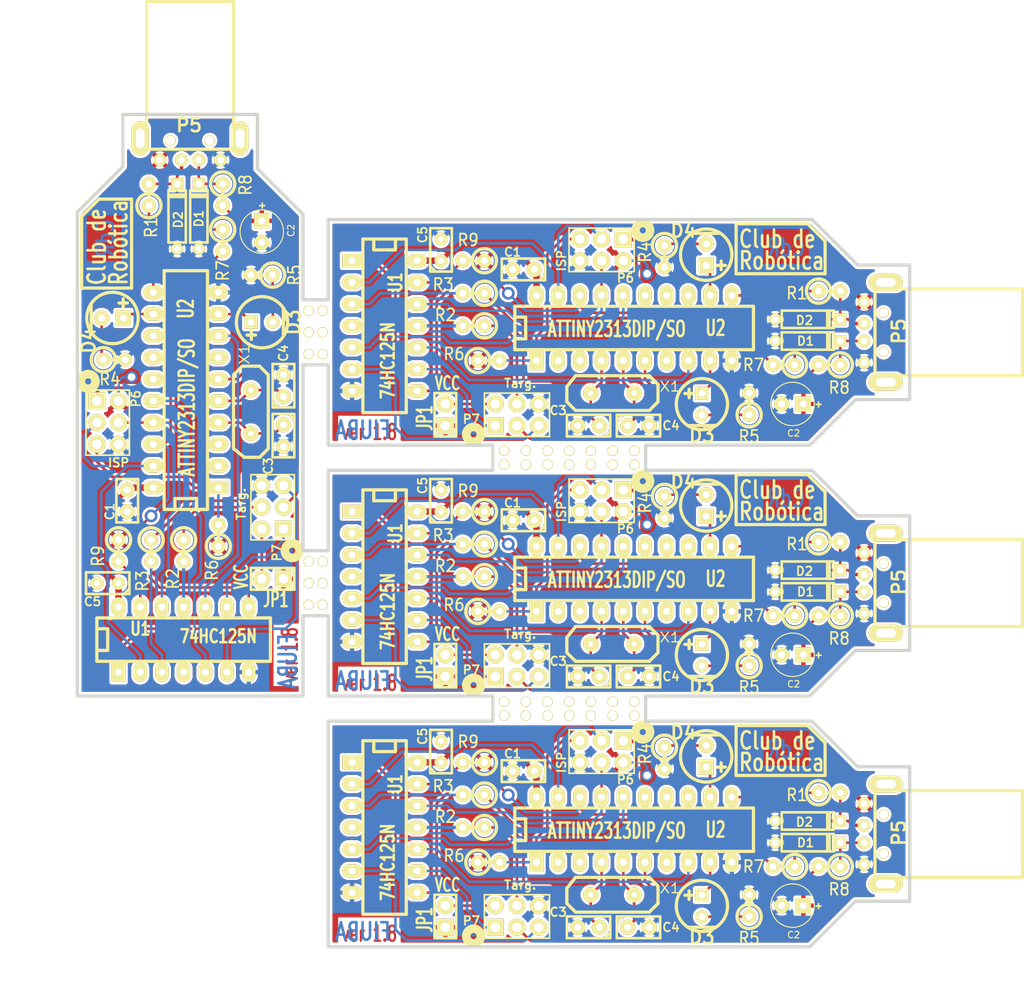
<source format=kicad_pcb>
(kicad_pcb (version 4) (host pcbnew 0.201501172016+5377~20~ubuntu14.04.1-product)
  (title_block (title "Programador USB usbtinyisp") (date "9 aug 2013") (rev 1.8) (company "CC Share Alike") (comment 1 "Club de Robótica FIUBA"))
  (layers (0 Front signal) (31 Back signal) (34 B.Paste user) (35 F.Paste user) (36 B.SilkS user) (37 F.SilkS user) (38 B.Mask user) (39 F.Mask user) (44 Edge.Cuts user))
  (net 0 "")
  (net 1 +5V)
  (net 2 /Enable)
  (net 3 /MISO)
  (net 4 /MOSI)
  (net 5 /PD2)
  (net 6 /PD3)
  (net 7 /PD6)
  (net 8 /RST)
  (net 9 /RST_B)
  (net 10 /Rojo)
  (net 11 /SCK)
  (net 12 /Verde)
  (net 13 GND)
  (net 14 N-000002)
  (net 15 N-000004)
  (net 16 N-000011)
  (net 17 N-000015)
  (net 18 N-000017)
  (net 19 N-000021)
  (net 20 N-000024)
  (net 21 N-000025)
  (net 22 N-000026)
  (net 23 N-000027)
  (net 24 N-000028)
  (net 25 N-000029)
  (net 26 N-000030)
  (module USB_A_custom (layer Front) (at 89.7636 58.0644 90)
    (fp_text reference P5 (at -5.842 -0.127 180) (layer F.SilkS) (effects (font (thickness 0.3048))))
    (fp_text value USB_A hide)
    (pad 5 thru_hole circle (at -8.001 5.842 90) (size 1 1) (drill 1) (layers *.Cu *.Mask F.SilkS))
    (pad 5 thru_hole circle (at -6.731 5.842 90) (size 1 1) (drill 1) (layers *.Cu *.Mask F.SilkS))
    (pad 5 thru_hole circle (at -6.731 -5.842 90) (size 1 1) (drill 1) (layers *.Cu *.Mask F.SilkS))
    (pad 1 thru_hole circle (at -9.906 -3.556 90) (size 1.50114 1.50114) (drill 0.8001) (layers *.Cu *.Mask F.SilkS) (net 1 +5V))
    (pad 2 thru_hole circle (at -9.906 -1.016 90) (size 1.50114 1.50114) (drill 0.8001) (layers *.Cu *.Mask F.SilkS) (net 25 N-000029))
    (pad 3 thru_hole circle (at -9.906 1.016 90) (size 1.50114 1.50114) (drill 0.8001) (layers *.Cu *.Mask F.SilkS) (net 24 N-000028))
    (pad 4 thru_hole circle (at -9.906 3.556 90) (size 1.50114 1.50114) (drill 0.8001) (layers *.Cu *.Mask F.SilkS) (net 13 GND))
    (pad 5 thru_hole oval (at -7.366 -5.842 90) (size 4.0005 1.99898) (drill oval 2.30124 1.00076) (layers *.Cu *.Mask F.SilkS))
    (pad 5 thru_hole oval (at -7.366 5.842 90) (size 4.0005 1.99898) (drill oval 2.30124 1.00076) (layers *.Cu *.Mask F.SilkS))
    (pad 5 thru_hole circle (at -7.62 -2.286 90) (size 1.20142 1.20142) (drill 1.00076) (layers *.Cu *.Mask F.SilkS))
    (pad 5 thru_hole circle (at -7.62 2.286 90) (size 1.20142 1.20142) (drill 1.00076) (layers *.Cu *.Mask F.SilkS))
    (pad 5 thru_hole circle (at -8.001 -5.842 90) (size 1 1) (drill 1) (layers *.Cu *.Mask F.SilkS))
  )
  (module USB_A_custom (layer Front) (at 178.562 146.8628)
    (fp_text reference P5 (at -5.842 -0.127 90) (layer F.SilkS) (effects (font (thickness 0.3048))))
    (fp_text value USB_A hide)
    (pad 5 thru_hole circle (at -8.001 5.842) (size 1 1) (drill 1) (layers *.Cu *.Mask F.SilkS))
    (pad 5 thru_hole circle (at -6.731 5.842) (size 1 1) (drill 1) (layers *.Cu *.Mask F.SilkS))
    (pad 5 thru_hole circle (at -8.001 -5.842) (size 1 1) (drill 1) (layers *.Cu *.Mask F.SilkS))
    (pad 1 thru_hole circle (at -9.906 -3.556) (size 1.50114 1.50114) (drill 0.8001) (layers *.Cu *.Mask F.SilkS) (net 1 +5V))
    (pad 2 thru_hole circle (at -9.906 -1.016) (size 1.50114 1.50114) (drill 0.8001) (layers *.Cu *.Mask F.SilkS) (net 25 N-000029))
    (pad 3 thru_hole circle (at -9.906 1.016) (size 1.50114 1.50114) (drill 0.8001) (layers *.Cu *.Mask F.SilkS) (net 24 N-000028))
    (pad 4 thru_hole circle (at -9.906 3.556) (size 1.50114 1.50114) (drill 0.8001) (layers *.Cu *.Mask F.SilkS) (net 13 GND))
    (pad 5 thru_hole oval (at -7.366 -5.842) (size 4.0005 1.99898) (drill oval 2.30124 1.00076) (layers *.Cu *.Mask F.SilkS))
    (pad 5 thru_hole oval (at -7.366 5.842) (size 4.0005 1.99898) (drill oval 2.30124 1.00076) (layers *.Cu *.Mask F.SilkS))
    (pad 5 thru_hole circle (at -7.62 -2.286) (size 1.20142 1.20142) (drill 1.00076) (layers *.Cu *.Mask F.SilkS))
    (pad 5 thru_hole circle (at -7.62 2.286) (size 1.20142 1.20142) (drill 1.00076) (layers *.Cu *.Mask F.SilkS))
    (pad 5 thru_hole circle (at -6.731 -5.842) (size 1 1) (drill 1) (layers *.Cu *.Mask F.SilkS))
  )
  (module USB_A_custom (layer Front) (at 178.562 117.5004)
    (fp_text reference P5 (at -5.842 -0.127 90) (layer F.SilkS) (effects (font (thickness 0.3048))))
    (fp_text value USB_A hide)
    (pad 1 thru_hole circle (at -9.906 -3.556) (size 1.50114 1.50114) (drill 0.8001) (layers *.Cu *.Mask F.SilkS) (net 1 +5V))
    (pad 2 thru_hole circle (at -9.906 -1.016) (size 1.50114 1.50114) (drill 0.8001) (layers *.Cu *.Mask F.SilkS) (net 25 N-000029))
    (pad 3 thru_hole circle (at -9.906 1.016) (size 1.50114 1.50114) (drill 0.8001) (layers *.Cu *.Mask F.SilkS) (net 24 N-000028))
    (pad 4 thru_hole circle (at -9.906 3.556) (size 1.50114 1.50114) (drill 0.8001) (layers *.Cu *.Mask F.SilkS) (net 13 GND))
    (pad 5 thru_hole oval (at -7.366 -5.842) (size 4.0005 1.99898) (drill oval 2.30124 1.00076) (layers *.Cu *.Mask F.SilkS))
    (pad 5 thru_hole oval (at -7.366 5.842) (size 4.0005 1.99898) (drill oval 2.30124 1.00076) (layers *.Cu *.Mask F.SilkS))
    (pad 5 thru_hole circle (at -7.62 -2.286) (size 1.20142 1.20142) (drill 1.00076) (layers *.Cu *.Mask F.SilkS))
    (pad 5 thru_hole circle (at -7.62 2.286) (size 1.20142 1.20142) (drill 1.00076) (layers *.Cu *.Mask F.SilkS))
    (pad 5 thru_hole circle (at -8.001 -5.842) (size 1 1) (drill 1) (layers *.Cu *.Mask F.SilkS))
    (pad 5 thru_hole circle (at -6.731 -5.842) (size 1 1) (drill 1) (layers *.Cu *.Mask F.SilkS))
    (pad 5 thru_hole circle (at -8.001 5.842) (size 1 1) (drill 1) (layers *.Cu *.Mask F.SilkS))
    (pad 5 thru_hole circle (at -6.731 5.842) (size 1 1) (drill 1) (layers *.Cu *.Mask F.SilkS))
  )
  (module USB_A_custom (layer Front) (at 178.562 88.138)
    (fp_text reference P5 (at -5.842 -0.127 90) (layer F.SilkS) (effects (font (thickness 0.3048))))
    (fp_text value USB_A hide)
    (pad 5 thru_hole circle (at -6.731 -5.842) (size 1 1) (drill 1) (layers *.Cu *.Mask F.SilkS))
    (pad 1 thru_hole circle (at -9.906 -3.556) (size 1.50114 1.50114) (drill 0.8001) (layers *.Cu *.Mask F.SilkS) (net 1 +5V))
    (pad 2 thru_hole circle (at -9.906 -1.016) (size 1.50114 1.50114) (drill 0.8001) (layers *.Cu *.Mask F.SilkS) (net 25 N-000029))
    (pad 3 thru_hole circle (at -9.906 1.016) (size 1.50114 1.50114) (drill 0.8001) (layers *.Cu *.Mask F.SilkS) (net 24 N-000028))
    (pad 4 thru_hole circle (at -9.906 3.556) (size 1.50114 1.50114) (drill 0.8001) (layers *.Cu *.Mask F.SilkS) (net 13 GND))
    (pad 5 thru_hole oval (at -7.366 -5.842) (size 4.0005 1.99898) (drill oval 2.30124 1.00076) (layers *.Cu *.Mask F.SilkS))
    (pad 5 thru_hole oval (at -7.366 5.842) (size 4.0005 1.99898) (drill oval 2.30124 1.00076) (layers *.Cu *.Mask F.SilkS))
    (pad 5 thru_hole circle (at -7.62 -2.286) (size 1.20142 1.20142) (drill 1.00076) (layers *.Cu *.Mask F.SilkS))
    (pad 5 thru_hole circle (at -7.62 2.286) (size 1.20142 1.20142) (drill 1.00076) (layers *.Cu *.Mask F.SilkS))
    (pad 5 thru_hole circle (at -8.001 -5.842) (size 1 1) (drill 1) (layers *.Cu *.Mask F.SilkS))
    (pad 5 thru_hole circle (at -8.001 5.842) (size 1 1) (drill 1) (layers *.Cu *.Mask F.SilkS))
    (pad 5 thru_hole circle (at -6.731 5.842) (size 1 1) (drill 1) (layers *.Cu *.Mask F.SilkS))
  )
  (module Connect:1pin (layer Front) (at 103.632 120.0404 90)
    (fp_text reference 1pin hide)
    (fp_text value VAL** hide)
    (pad 1 thru_hole circle (at 0 0 90) (size 1.2 1.2) (drill 1) (layers *.Cu *.Mask F.SilkS))
  )
  (module Connect:1pin (layer Front) (at 105.2576 120.0404 90)
    (fp_text reference 1pin hide)
    (fp_text value VAL** hide)
    (pad 1 thru_hole circle (at 0 0 90) (size 1.2 1.2) (drill 1) (layers *.Cu *.Mask F.SilkS))
  )
  (module Connect:1pin (layer Front) (at 105.2576 117.5004 90)
    (fp_text reference 1pin hide)
    (fp_text value VAL** hide)
    (pad 1 thru_hole circle (at 0 0 90) (size 1.2 1.2) (drill 1) (layers *.Cu *.Mask F.SilkS))
  )
  (module Connect:1pin (layer Front) (at 103.632 117.5004 90)
    (fp_text reference 1pin hide)
    (fp_text value VAL** hide)
    (pad 1 thru_hole circle (at 0 0 90) (size 1.2 1.2) (drill 1) (layers *.Cu *.Mask F.SilkS))
  )
  (module Connect:1pin (layer Front) (at 105.2576 114.9604 90)
    (fp_text reference 1pin hide)
    (fp_text value VAL** hide)
    (pad 1 thru_hole circle (at 0 0 90) (size 1.2 1.2) (drill 1) (layers *.Cu *.Mask F.SilkS))
  )
  (module Connect:1pin (layer Front) (at 103.632 114.9604 90)
    (fp_text reference 1pin hide)
    (fp_text value VAL** hide)
    (pad 1 thru_hole circle (at 0 0 90) (size 1.2 1.2) (drill 1) (layers *.Cu *.Mask F.SilkS))
  )
  (module Connect:1pin (layer Front) (at 103.632 85.598 90)
    (fp_text reference 1pin hide)
    (fp_text value VAL** hide)
    (pad 1 thru_hole circle (at 0 0 90) (size 1.2 1.2) (drill 1) (layers *.Cu *.Mask F.SilkS))
  )
  (module Connect:1pin (layer Front) (at 105.2576 85.598 90)
    (fp_text reference 1pin hide)
    (fp_text value VAL** hide)
    (pad 1 thru_hole circle (at 0 0 90) (size 1.2 1.2) (drill 1) (layers *.Cu *.Mask F.SilkS))
  )
  (module Connect:1pin (layer Front) (at 103.632 88.138 90)
    (fp_text reference 1pin hide)
    (fp_text value VAL** hide)
    (pad 1 thru_hole circle (at 0 0 90) (size 1.2 1.2) (drill 1) (layers *.Cu *.Mask F.SilkS))
  )
  (module Connect:1pin (layer Front) (at 105.2576 88.138 90)
    (fp_text reference 1pin hide)
    (fp_text value VAL** hide)
    (pad 1 thru_hole circle (at 0 0 90) (size 1.2 1.2) (drill 1) (layers *.Cu *.Mask F.SilkS))
  )
  (module Connect:1pin (layer Front) (at 105.2576 90.678 90)
    (fp_text reference 1pin hide)
    (fp_text value VAL** hide)
    (pad 1 thru_hole circle (at 0 0 90) (size 1.2 1.2) (drill 1) (layers *.Cu *.Mask F.SilkS))
  )
  (module Connect:1pin (layer Front) (at 103.632 90.678 90)
    (fp_text reference 1pin hide)
    (fp_text value VAL** hide)
    (pad 1 thru_hole circle (at 0 0 90) (size 1.2 1.2) (drill 1) (layers *.Cu *.Mask F.SilkS))
  )
  (module Connect:1pin (layer Front) (at 126.5174 102.0064)
    (fp_text reference 1pin hide)
    (fp_text value VAL** hide)
    (pad 1 thru_hole circle (at 0 0) (size 1.2 1.2) (drill 1) (layers *.Cu *.Mask F.SilkS))
  )
  (module Connect:1pin (layer Front) (at 126.5174 103.632)
    (fp_text reference 1pin hide)
    (fp_text value VAL** hide)
    (pad 1 thru_hole circle (at 0 0) (size 1.2 1.2) (drill 1) (layers *.Cu *.Mask F.SilkS))
  )
  (module Connect:1pin (layer Front) (at 129.0574 103.632)
    (fp_text reference 1pin hide)
    (fp_text value VAL** hide)
    (pad 1 thru_hole circle (at 0 0) (size 1.2 1.2) (drill 1) (layers *.Cu *.Mask F.SilkS))
  )
  (module Connect:1pin (layer Front) (at 129.0574 102.0064)
    (fp_text reference 1pin hide)
    (fp_text value VAL** hide)
    (pad 1 thru_hole circle (at 0 0) (size 1.2 1.2) (drill 1) (layers *.Cu *.Mask F.SilkS))
  )
  (module Connect:1pin (layer Front) (at 134.1374 102.0064)
    (fp_text reference 1pin hide)
    (fp_text value VAL** hide)
    (pad 1 thru_hole circle (at 0 0) (size 1.2 1.2) (drill 1) (layers *.Cu *.Mask F.SilkS))
  )
  (module Connect:1pin (layer Front) (at 134.1374 103.632)
    (fp_text reference 1pin hide)
    (fp_text value VAL** hide)
    (pad 1 thru_hole circle (at 0 0) (size 1.2 1.2) (drill 1) (layers *.Cu *.Mask F.SilkS))
  )
  (module Connect:1pin (layer Front) (at 131.5974 103.632)
    (fp_text reference 1pin hide)
    (fp_text value VAL** hide)
    (pad 1 thru_hole circle (at 0 0) (size 1.2 1.2) (drill 1) (layers *.Cu *.Mask F.SilkS))
  )
  (module Connect:1pin (layer Front) (at 131.5974 102.0064)
    (fp_text reference 1pin hide)
    (fp_text value VAL** hide)
    (pad 1 thru_hole circle (at 0 0) (size 1.2 1.2) (drill 1) (layers *.Cu *.Mask F.SilkS))
  )
  (module Connect:1pin (layer Front) (at 139.2174 102.0064)
    (fp_text reference 1pin hide)
    (fp_text value VAL** hide)
    (pad 1 thru_hole circle (at 0 0) (size 1.2 1.2) (drill 1) (layers *.Cu *.Mask F.SilkS))
  )
  (module Connect:1pin (layer Front) (at 139.2174 103.632)
    (fp_text reference 1pin hide)
    (fp_text value VAL** hide)
    (pad 1 thru_hole circle (at 0 0) (size 1.2 1.2) (drill 1) (layers *.Cu *.Mask F.SilkS))
  )
  (module Connect:1pin (layer Front) (at 141.7574 103.632)
    (fp_text reference 1pin hide)
    (fp_text value VAL** hide)
    (pad 1 thru_hole circle (at 0 0) (size 1.2 1.2) (drill 1) (layers *.Cu *.Mask F.SilkS))
  )
  (module Connect:1pin (layer Front) (at 141.7574 102.0064)
    (fp_text reference 1pin hide)
    (fp_text value VAL** hide)
    (pad 1 thru_hole circle (at 0 0) (size 1.2 1.2) (drill 1) (layers *.Cu *.Mask F.SilkS))
  )
  (module Connect:1pin (layer Front) (at 136.6774 102.0064)
    (fp_text reference 1pin hide)
    (fp_text value VAL** hide)
    (pad 1 thru_hole circle (at 0 0) (size 1.2 1.2) (drill 1) (layers *.Cu *.Mask F.SilkS))
  )
  (module Connect:1pin (layer Front) (at 136.6774 103.632)
    (fp_text reference 1pin hide)
    (fp_text value VAL** hide)
    (pad 1 thru_hole circle (at 0 0) (size 1.2 1.2) (drill 1) (layers *.Cu *.Mask F.SilkS))
  )
  (module Connect:1pin (layer Front) (at 136.6774 132.9944)
    (fp_text reference 1pin hide)
    (fp_text value VAL** hide)
    (pad 1 thru_hole circle (at 0 0) (size 1.2 1.2) (drill 1) (layers *.Cu *.Mask F.SilkS))
  )
  (module Connect:1pin (layer Front) (at 136.6774 131.3688)
    (fp_text reference 1pin hide)
    (fp_text value VAL** hide)
    (pad 1 thru_hole circle (at 0 0) (size 1.2 1.2) (drill 1) (layers *.Cu *.Mask F.SilkS))
  )
  (module Connect:1pin (layer Front) (at 141.7574 131.3688)
    (fp_text reference 1pin hide)
    (fp_text value VAL** hide)
    (pad 1 thru_hole circle (at 0 0) (size 1.2 1.2) (drill 1) (layers *.Cu *.Mask F.SilkS))
  )
  (module Connect:1pin (layer Front) (at 141.7574 132.9944)
    (fp_text reference 1pin hide)
    (fp_text value VAL** hide)
    (pad 1 thru_hole circle (at 0 0) (size 1.2 1.2) (drill 1) (layers *.Cu *.Mask F.SilkS))
  )
  (module Connect:1pin (layer Front) (at 139.2174 132.9944)
    (fp_text reference 1pin hide)
    (fp_text value VAL** hide)
    (pad 1 thru_hole circle (at 0 0) (size 1.2 1.2) (drill 1) (layers *.Cu *.Mask F.SilkS))
  )
  (module Connect:1pin (layer Front) (at 139.2174 131.3688)
    (fp_text reference 1pin hide)
    (fp_text value VAL** hide)
    (pad 1 thru_hole circle (at 0 0) (size 1.2 1.2) (drill 1) (layers *.Cu *.Mask F.SilkS))
  )
  (module Connect:1pin (layer Front) (at 131.5974 131.3688)
    (fp_text reference 1pin hide)
    (fp_text value VAL** hide)
    (pad 1 thru_hole circle (at 0 0) (size 1.2 1.2) (drill 1) (layers *.Cu *.Mask F.SilkS))
  )
  (module Connect:1pin (layer Front) (at 131.5974 132.9944)
    (fp_text reference 1pin hide)
    (fp_text value VAL** hide)
    (pad 1 thru_hole circle (at 0 0) (size 1.2 1.2) (drill 1) (layers *.Cu *.Mask F.SilkS))
  )
  (module Connect:1pin (layer Front) (at 134.1374 132.9944)
    (fp_text reference 1pin hide)
    (fp_text value VAL** hide)
    (pad 1 thru_hole circle (at 0 0) (size 1.2 1.2) (drill 1) (layers *.Cu *.Mask F.SilkS))
  )
  (module Connect:1pin (layer Front) (at 134.1374 131.3688)
    (fp_text reference 1pin hide)
    (fp_text value VAL** hide)
    (pad 1 thru_hole circle (at 0 0) (size 1.2 1.2) (drill 1) (layers *.Cu *.Mask F.SilkS))
  )
  (module Connect:1pin (layer Front) (at 129.0574 131.3688)
    (fp_text reference 1pin hide)
    (fp_text value VAL** hide)
    (pad 1 thru_hole circle (at 0 0) (size 1.2 1.2) (drill 1) (layers *.Cu *.Mask F.SilkS))
  )
  (module Connect:1pin (layer Front) (at 129.0574 132.9944)
    (fp_text reference 1pin hide)
    (fp_text value VAL** hide)
    (pad 1 thru_hole circle (at 0 0) (size 1.2 1.2) (drill 1) (layers *.Cu *.Mask F.SilkS))
  )
  (module Connect:1pin (layer Front) (at 126.5174 132.9944)
    (fp_text reference 1pin hide)
    (fp_text value VAL** hide)
    (pad 1 thru_hole circle (at 0 0) (size 1.2 1.2) (drill 1) (layers *.Cu *.Mask F.SilkS))
  )
  (module Connect:1pin (layer Front) (at 126.5174 131.3688)
    (fp_text reference 1pin hide)
    (fp_text value VAL** hide)
    (pad 1 thru_hole circle (at 0 0) (size 1.2 1.2) (drill 1) (layers *.Cu *.Mask F.SilkS))
  )
  (module SIL-2 (layer Front) (at 99.4156 116.9924 180)
    (fp_text reference JP1 (at -0.381 -2.413 180) (layer F.SilkS) (effects (font (size 1.72974 1.08712) (thickness 0.27178))))
    (fp_text value VCC (at 3.683 0.254 270) (layer F.SilkS) (effects (font (size 1.524 1.016) (thickness 0.254))))
    (pad 1 thru_hole rect (at -1.27 0 180) (size 1.99898 1.99898) (drill 1.09982) (layers *.Cu *.Mask F.SilkS) (net 1 +5V))
    (pad 2 thru_hole circle (at 1.27 0 180) (size 1.99898 1.99898) (drill 1.09982) (layers *.Cu *.Mask F.SilkS) (net 22 N-000026))
  )
  (module R1 (layer Front) (at 81.3816 113.6904 270)
    (fp_text reference R9 (at 0.635 2.413 270) (layer F.SilkS) (effects (font (size 1.397 1.27) (thickness 0.2032))))
    (fp_text value 470k hide)
    (pad 1 thru_hole circle (at -1.27 0 270) (size 1.651 1.651) (drill 0.8128) (layers *.Cu *.Mask F.SilkS) (net 1 +5V))
    (pad 2 thru_hole circle (at 1.27 0 270) (size 1.651 1.651) (drill 0.8128) (layers *.Cu *.Mask F.SilkS) (net 2 /Enable))
  )
  (module R1 (layer Front) (at 93.5736 72.0344 270)
    (fp_text reference R8 (at -1.143 -2.667 270) (layer F.SilkS) (effects (font (size 1.397 1.27) (thickness 0.2032))))
    (fp_text value 27 hide)
    (pad 1 thru_hole circle (at -1.27 0 270) (size 1.651 1.651) (drill 0.8128) (layers *.Cu *.Mask F.SilkS) (net 24 N-000028))
    (pad 2 thru_hole circle (at 1.27 0 270) (size 1.651 1.651) (drill 0.8128) (layers *.Cu *.Mask F.SilkS) (net 5 /PD2))
  )
  (module R1 (layer Front) (at 93.5736 77.3684 270)
    (fp_text reference R7 (at 3.556 0 270) (layer F.SilkS) (effects (font (size 1.397 1.27) (thickness 0.2032))))
    (fp_text value 27 hide)
    (pad 1 thru_hole circle (at -1.27 0 270) (size 1.651 1.651) (drill 0.8128) (layers *.Cu *.Mask F.SilkS) (net 25 N-000029))
    (pad 2 thru_hole circle (at 1.27 0 270) (size 1.651 1.651) (drill 0.8128) (layers *.Cu *.Mask F.SilkS) (net 6 /PD3))
  )
  (module R1 (layer Front) (at 93.0656 111.9124 90)
    (fp_text reference R6 (at -4.064 -0.762 90) (layer F.SilkS) (effects (font (size 1.397 1.27) (thickness 0.2032))))
    (fp_text value 10K hide)
    (pad 1 thru_hole circle (at -1.27 0 90) (size 1.651 1.651) (drill 0.8128) (layers *.Cu *.Mask F.SilkS) (net 1 +5V))
    (pad 2 thru_hole circle (at 1.27 0 90) (size 1.651 1.651) (drill 0.8128) (layers *.Cu *.Mask F.SilkS) (net 8 /RST))
  )
  (module R1 (layer Front) (at 98.1456 81.4324 180)
    (fp_text reference R5 (at -3.81 0 270) (layer F.SilkS) (effects (font (size 1.397 1.27) (thickness 0.2032))))
    (fp_text value 1.5K hide)
    (pad 1 thru_hole circle (at -1.27 0 180) (size 1.651 1.651) (drill 0.8128) (layers *.Cu *.Mask F.SilkS) (net 14 N-000002))
    (pad 2 thru_hole circle (at 1.27 0 180) (size 1.651 1.651) (drill 0.8128) (layers *.Cu *.Mask F.SilkS) (net 13 GND))
  )
  (module R1 (layer Front) (at 80.8736 91.3384)
    (fp_text reference R4 (at -0.508 2.286) (layer F.SilkS) (effects (font (size 1.397 1.27) (thickness 0.2032))))
    (fp_text value 1.5K hide)
    (pad 1 thru_hole circle (at -1.27 0) (size 1.651 1.651) (drill 0.8128) (layers *.Cu *.Mask F.SilkS) (net 15 N-000004))
    (pad 2 thru_hole circle (at 1.27 0) (size 1.651 1.651) (drill 0.8128) (layers *.Cu *.Mask F.SilkS) (net 13 GND))
  )
  (module R1 (layer Front) (at 85.1916 113.6904 270)
    (fp_text reference R3 (at 3.556 1.016 270) (layer F.SilkS) (effects (font (size 1.397 1.27) (thickness 0.2032))))
    (fp_text value 1.5K hide)
    (pad 1 thru_hole circle (at -1.27 0 270) (size 1.651 1.651) (drill 0.8128) (layers *.Cu *.Mask F.SilkS) (net 26 N-000030))
    (pad 2 thru_hole circle (at 1.27 0 270) (size 1.651 1.651) (drill 0.8128) (layers *.Cu *.Mask F.SilkS) (net 16 N-000011))
  )
  (module R1 (layer Front) (at 89.0016 113.6904 270)
    (fp_text reference R2 (at 3.302 1.27 270) (layer F.SilkS) (effects (font (size 1.397 1.27) (thickness 0.2032))))
    (fp_text value 1.5K hide)
    (pad 1 thru_hole circle (at -1.27 0 270) (size 1.651 1.651) (drill 0.8128) (layers *.Cu *.Mask F.SilkS) (net 23 N-000027))
    (pad 2 thru_hole circle (at 1.27 0 270) (size 1.651 1.651) (drill 0.8128) (layers *.Cu *.Mask F.SilkS) (net 20 N-000024))
  )
  (module R1 (layer Front) (at 84.9376 72.0344 90)
    (fp_text reference R1 (at -3.81 0.254 90) (layer F.SilkS) (effects (font (size 1.397 1.27) (thickness 0.2032))))
    (fp_text value 1.5K hide)
    (pad 1 thru_hole circle (at -1.27 0 90) (size 1.651 1.651) (drill 0.8128) (layers *.Cu *.Mask F.SilkS) (net 7 /PD6))
    (pad 2 thru_hole circle (at 1.27 0 90) (size 1.651 1.651) (drill 0.8128) (layers *.Cu *.Mask F.SilkS) (net 25 N-000029))
  )
  (module D3 (layer Front) (at 88.2396 74.5744 90)
    (fp_text reference D2 (at -0.381 0.127 90) (layer F.SilkS) (effects (font (size 1.016 1.016) (thickness 0.2032))))
    (fp_text value 3.6V hide)
    (pad 2 thru_hole rect (at 3.81 0 90) (size 1.397 1.397) (drill 0.8128) (layers *.Cu *.Mask F.SilkS) (net 25 N-000029))
    (pad 1 thru_hole circle (at -3.81 0 90) (size 1.397 1.397) (drill 0.8128) (layers *.Cu *.Mask F.SilkS) (net 13 GND))
  )
  (module D3 (layer Front) (at 90.7796 74.5744 90)
    (fp_text reference D1 (at -0.254 0 90) (layer F.SilkS) (effects (font (size 1.016 1.016) (thickness 0.2032))))
    (fp_text value 3.6V hide)
    (pad 2 thru_hole rect (at 3.81 0 90) (size 1.397 1.397) (drill 0.8128) (layers *.Cu *.Mask F.SilkS) (net 24 N-000028))
    (pad 1 thru_hole circle (at -3.81 0 90) (size 1.397 1.397) (drill 0.8128) (layers *.Cu *.Mask F.SilkS) (net 13 GND))
  )
  (module pin_array_3x2 (layer Front) (at 99.4156 108.6104 90)
    (fp_text reference P7 (at -5.334 0.508 90) (layer F.SilkS) (effects (font (size 1.016 1.016) (thickness 0.2032))))
    (fp_text value Targ. (at 0.381 -3.683 90) (layer F.SilkS) (effects (font (size 1.016 1.016) (thickness 0.2032))))
    (pad 1 thru_hole rect (at -2.54 1.27 90) (size 1.99898 1.99898) (drill 1.09982) (layers *.Cu *.Mask F.SilkS) (net 19 N-000021))
    (pad 2 thru_hole circle (at -2.54 -1.27 90) (size 1.99898 1.99898) (drill 1.09982) (layers *.Cu *.Mask F.SilkS) (net 22 N-000026))
    (pad 3 thru_hole circle (at 0 1.27 90) (size 1.99898 1.99898) (drill 1.09982) (layers *.Cu *.Mask F.SilkS) (net 26 N-000030))
    (pad 4 thru_hole circle (at 0 -1.27 90) (size 1.99898 1.99898) (drill 1.09982) (layers *.Cu *.Mask F.SilkS) (net 23 N-000027))
    (pad 5 thru_hole circle (at 2.54 1.27 90) (size 1.99898 1.99898) (drill 1.09982) (layers *.Cu *.Mask F.SilkS) (net 17 N-000015))
    (pad 6 thru_hole circle (at 2.54 -1.27 90) (size 1.99898 1.99898) (drill 1.09982) (layers *.Cu *.Mask F.SilkS) (net 13 GND))
  )
  (module DIP-20__300_ELL (layer Front) (at 89.2556 94.8944 90)
    (fp_text reference U2 (at 9.525 0 90) (layer F.SilkS) (effects (font (size 1.778 1.143) (thickness 0.28702))))
    (fp_text value ATTINY2313DIP/SO (at -2.032 0.127 90) (layer F.SilkS) (effects (font (size 1.778 1.143) (thickness 0.28702))))
    (pad 1 thru_hole rect (at -11.43 3.81 90) (size 1.5748 2.286) (drill 0.8128) (layers *.Cu *.Mask F.SilkS) (net 8 /RST))
    (pad 2 thru_hole oval (at -8.89 3.81 90) (size 1.5748 2.286) (drill 0.8128) (layers *.Cu *.Mask F.SilkS))
    (pad 3 thru_hole oval (at -6.35 3.81 90) (size 1.5748 2.286) (drill 0.8128) (layers *.Cu *.Mask F.SilkS))
    (pad 4 thru_hole oval (at -3.81 3.81 90) (size 1.5748 2.286) (drill 0.8128) (layers *.Cu *.Mask F.SilkS) (net 21 N-000025))
    (pad 5 thru_hole oval (at -1.27 3.81 90) (size 1.5748 2.286) (drill 0.8128) (layers *.Cu *.Mask F.SilkS) (net 18 N-000017))
    (pad 6 thru_hole oval (at 1.27 3.81 90) (size 1.5748 2.286) (drill 0.8128) (layers *.Cu *.Mask F.SilkS) (net 5 /PD2))
    (pad 7 thru_hole oval (at 3.81 3.81 90) (size 1.5748 2.286) (drill 0.8128) (layers *.Cu *.Mask F.SilkS) (net 6 /PD3))
    (pad 8 thru_hole oval (at 6.35 3.81 90) (size 1.5748 2.286) (drill 0.8128) (layers *.Cu *.Mask F.SilkS) (net 2 /Enable))
    (pad 9 thru_hole oval (at 8.89 3.81 90) (size 1.5748 2.286) (drill 0.8128) (layers *.Cu *.Mask F.SilkS) (net 12 /Verde))
    (pad 10 thru_hole oval (at 11.43 3.81 90) (size 1.5748 2.286) (drill 0.8128) (layers *.Cu *.Mask F.SilkS) (net 13 GND))
    (pad 11 thru_hole oval (at 11.43 -3.81 90) (size 1.5748 2.286) (drill 0.8128) (layers *.Cu *.Mask F.SilkS) (net 7 /PD6))
    (pad 12 thru_hole oval (at 8.89 -3.81 90) (size 1.5748 2.286) (drill 0.8128) (layers *.Cu *.Mask F.SilkS) (net 10 /Rojo))
    (pad 13 thru_hole oval (at 6.35 -3.81 90) (size 1.5748 2.286) (drill 0.8128) (layers *.Cu *.Mask F.SilkS))
    (pad 14 thru_hole oval (at 3.81 -3.81 90) (size 1.5748 2.286) (drill 0.8128) (layers *.Cu *.Mask F.SilkS))
    (pad 15 thru_hole oval (at 1.27 -3.81 90) (size 1.5748 2.286) (drill 0.8128) (layers *.Cu *.Mask F.SilkS))
    (pad 16 thru_hole oval (at -1.27 -3.81 90) (size 1.5748 2.286) (drill 0.8128) (layers *.Cu *.Mask F.SilkS) (net 9 /RST_B))
    (pad 17 thru_hole oval (at -3.81 -3.81 90) (size 1.5748 2.286) (drill 0.8128) (layers *.Cu *.Mask F.SilkS) (net 4 /MOSI))
    (pad 18 thru_hole oval (at -6.35 -3.81 90) (size 1.5748 2.286) (drill 0.8128) (layers *.Cu *.Mask F.SilkS) (net 3 /MISO))
    (pad 19 thru_hole oval (at -8.89 -3.81 90) (size 1.5748 2.286) (drill 0.8128) (layers *.Cu *.Mask F.SilkS) (net 11 /SCK))
    (pad 20 thru_hole oval (at -11.43 -3.81 90) (size 1.5748 2.286) (drill 0.8128) (layers *.Cu *.Mask F.SilkS) (net 1 +5V))
  )
  (module 14DIP-ELL300 (layer Front) (at 89.0016 124.1044)
    (fp_text reference U1 (at -5.08 -1.27) (layer F.SilkS) (effects (font (size 1.524 1.143) (thickness 0.28702))))
    (fp_text value 74HC125N (at 4.064 -0.381) (layer F.SilkS) (effects (font (size 1.524 1.143) (thickness 0.28702))))
    (pad 1 thru_hole rect (at -7.62 3.81) (size 1.5748 2.286) (drill 0.8128) (layers *.Cu *.Mask F.SilkS) (net 2 /Enable))
    (pad 2 thru_hole oval (at -5.08 3.81) (size 1.5748 2.286) (drill 0.8128) (layers *.Cu *.Mask F.SilkS) (net 11 /SCK))
    (pad 3 thru_hole oval (at -2.54 3.81) (size 1.5748 2.286) (drill 0.8128) (layers *.Cu *.Mask F.SilkS) (net 16 N-000011))
    (pad 4 thru_hole oval (at 0 3.81) (size 1.5748 2.286) (drill 0.8128) (layers *.Cu *.Mask F.SilkS) (net 2 /Enable))
    (pad 5 thru_hole oval (at 2.54 3.81) (size 1.5748 2.286) (drill 0.8128) (layers *.Cu *.Mask F.SilkS) (net 9 /RST_B))
    (pad 6 thru_hole oval (at 5.08 3.81) (size 1.5748 2.286) (drill 0.8128) (layers *.Cu *.Mask F.SilkS) (net 17 N-000015))
    (pad 7 thru_hole oval (at 7.62 3.81) (size 1.5748 2.286) (drill 0.8128) (layers *.Cu *.Mask F.SilkS) (net 13 GND))
    (pad 8 thru_hole oval (at 7.62 -3.81) (size 1.5748 2.286) (drill 0.8128) (layers *.Cu *.Mask F.SilkS) (net 3 /MISO))
    (pad 9 thru_hole oval (at 5.08 -3.81) (size 1.5748 2.286) (drill 0.8128) (layers *.Cu *.Mask F.SilkS) (net 19 N-000021))
    (pad 10 thru_hole oval (at 2.54 -3.81) (size 1.5748 2.286) (drill 0.8128) (layers *.Cu *.Mask F.SilkS) (net 2 /Enable))
    (pad 11 thru_hole oval (at 0 -3.81) (size 1.5748 2.286) (drill 0.8128) (layers *.Cu *.Mask F.SilkS) (net 20 N-000024))
    (pad 12 thru_hole oval (at -2.54 -3.81) (size 1.5748 2.286) (drill 0.8128) (layers *.Cu *.Mask F.SilkS) (net 4 /MOSI))
    (pad 13 thru_hole oval (at -5.08 -3.81) (size 1.5748 2.286) (drill 0.8128) (layers *.Cu *.Mask F.SilkS) (net 2 /Enable))
    (pad 14 thru_hole oval (at -7.62 -3.81) (size 1.5748 2.286) (drill 0.8128) (layers *.Cu *.Mask F.SilkS) (net 1 +5V))
  )
  (module C1V5 (layer Front) (at 98.1456 76.3524 270)
    (fp_text reference C2 (at -0.127 -3.429 270) (layer F.SilkS) (effects (font (size 0.762 0.762) (thickness 0.127))))
    (fp_text value 100u hide)
    (fp_text user + (at -3.048 0 270) (layer F.SilkS) (effects (font (size 0.762 0.762) (thickness 0.1905))))
    (pad 1 thru_hole rect (at -1.27 0 270) (size 1.778 1.778) (drill 0.8128) (layers *.Cu *.Mask F.SilkS) (net 1 +5V))
    (pad 2 thru_hole circle (at 1.27 0 270) (size 1.778 1.778) (drill 0.8128) (layers *.Cu *.Mask F.SilkS) (net 13 GND))
  )
  (module C1 (layer Front) (at 82.3976 107.8484 270)
    (fp_text reference C1 (at 1.27 2.032 270) (layer F.SilkS) (effects (font (size 1.016 1.016) (thickness 0.2032))))
    (fp_text value 100n hide)
    (pad 1 thru_hole circle (at -1.27 0 270) (size 1.778 1.778) (drill 0.8128) (layers *.Cu *.Mask F.SilkS) (net 1 +5V))
    (pad 2 thru_hole circle (at 1.27 0 270) (size 1.778 1.778) (drill 0.8128) (layers *.Cu *.Mask F.SilkS) (net 13 GND))
  )
  (module C1 (layer Front) (at 100.6856 100.2284 270)
    (fp_text reference C3 (at 3.556 1.778 270) (layer F.SilkS) (effects (font (size 1.016 1.016) (thickness 0.2032))))
    (fp_text value 22p hide)
    (pad 1 thru_hole circle (at -1.27 0 270) (size 1.778 1.778) (drill 0.8128) (layers *.Cu *.Mask F.SilkS) (net 21 N-000025))
    (pad 2 thru_hole circle (at 1.27 0 270) (size 1.778 1.778) (drill 0.8128) (layers *.Cu *.Mask F.SilkS) (net 13 GND))
  )
  (module C1 (layer Front) (at 100.6856 94.3864 90)
    (fp_text reference C4 (at 3.81 0 90) (layer F.SilkS) (effects (font (size 1.016 1.016) (thickness 0.2032))))
    (fp_text value 22p hide)
    (pad 1 thru_hole circle (at -1.27 0 90) (size 1.778 1.778) (drill 0.8128) (layers *.Cu *.Mask F.SilkS) (net 18 N-000017))
    (pad 2 thru_hole circle (at 1.27 0 90) (size 1.778 1.778) (drill 0.8128) (layers *.Cu *.Mask F.SilkS) (net 13 GND))
  )
  (module HC-18UV (layer Front) (at 96.8756 97.4344 90)
    (fp_text reference X1 (at 6.731 -0.762 90) (layer F.SilkS) (effects (font (size 1.143 1.27) (thickness 0.1524))))
    (fp_text value 12MHz hide)
    (pad 1 thru_hole circle (at -2.54 0 90) (size 1.778 1.778) (drill 0.59944) (layers *.Cu *.Mask F.SilkS) (net 21 N-000025))
    (pad 2 thru_hole circle (at 2.54 0 90) (size 1.778 1.778) (drill 0.59944) (layers *.Cu *.Mask F.SilkS) (net 18 N-000017))
  )
  (module pin_array_3x2 (layer Front) (at 80.1116 98.7044 270)
    (fp_text reference P6 (at -2.794 -3.302 270) (layer F.SilkS) (effects (font (size 1.016 1.016) (thickness 0.2032))))
    (fp_text value ISP (at 4.699 -1.27 360) (layer F.SilkS) (effects (font (size 1.016 1.016) (thickness 0.2032))))
    (pad 1 thru_hole rect (at -2.54 1.27 270) (size 1.99898 1.99898) (drill 1.09982) (layers *.Cu *.Mask F.SilkS) (net 3 /MISO))
    (pad 2 thru_hole circle (at -2.54 -1.27 270) (size 1.99898 1.99898) (drill 1.09982) (layers *.Cu *.Mask F.SilkS) (net 1 +5V))
    (pad 3 thru_hole circle (at 0 1.27 270) (size 1.99898 1.99898) (drill 1.09982) (layers *.Cu *.Mask F.SilkS) (net 11 /SCK))
    (pad 4 thru_hole circle (at 0 -1.27 270) (size 1.99898 1.99898) (drill 1.09982) (layers *.Cu *.Mask F.SilkS) (net 4 /MOSI))
    (pad 5 thru_hole circle (at 2.54 1.27 270) (size 1.99898 1.99898) (drill 1.09982) (layers *.Cu *.Mask F.SilkS) (net 8 /RST))
    (pad 6 thru_hole circle (at 2.54 -1.27 270) (size 1.99898 1.99898) (drill 1.09982) (layers *.Cu *.Mask F.SilkS) (net 13 GND))
  )
  (module C1 (layer Front) (at 80.1116 117.5004 180)
    (fp_text reference C5 (at 1.778 -2.159 180) (layer F.SilkS) (effects (font (size 1.016 1.016) (thickness 0.2032))))
    (fp_text value 100n hide)
    (pad 1 thru_hole circle (at -1.27 0 180) (size 1.524 1.524) (drill 0.7112) (layers *.Cu *.Mask F.SilkS) (net 1 +5V))
    (pad 2 thru_hole circle (at 1.27 0 180) (size 1.524 1.524) (drill 0.7112) (layers *.Cu *.Mask F.SilkS) (net 13 GND))
  )
  (module LEDV (layer Front) (at 98.17354 86.95944)
    (fp_text reference D3 (at 3.683 0 90) (layer F.SilkS) (effects (font (thickness 0.3048))))
    (fp_text value LED_VERDE hide)
    (pad 1 thru_hole rect (at -1.27 0) (size 1.524 1.524) (drill 0.8128) (layers *.Cu *.Mask F.SilkS) (net 12 /Verde))
    (pad 2 thru_hole circle (at 1.27 0) (size 1.524 1.524) (drill 0.8128) (layers *.Cu *.Mask F.SilkS) (net 14 N-000002))
  )
  (module LEDV (layer Front) (at 80.67294 86.45906 180)
    (fp_text reference D4 (at 2.794 -2.667 270) (layer F.SilkS) (effects (font (thickness 0.3048))))
    (fp_text value LED_ROJO hide)
    (pad 1 thru_hole rect (at -1.27 0 180) (size 1.778 1.778) (drill 0.8128) (layers *.Cu *.Mask F.SilkS) (net 10 /Rojo))
    (pad 2 thru_hole circle (at 1.27 0 180) (size 1.778 1.778) (drill 0.8128) (layers *.Cu *.Mask F.SilkS) (net 15 N-000004))
  )
  (module LEDV (layer Front) (at 150.16734 137.77214 90)
    (fp_text reference D4 (at 2.794 -2.667 180) (layer F.SilkS) (effects (font (thickness 0.3048))))
    (fp_text value LED_ROJO hide)
    (pad 1 thru_hole rect (at -1.27 0 90) (size 1.778 1.778) (drill 0.8128) (layers *.Cu *.Mask F.SilkS) (net 10 /Rojo))
    (pad 2 thru_hole circle (at 1.27 0 90) (size 1.778 1.778) (drill 0.8128) (layers *.Cu *.Mask F.SilkS) (net 15 N-000004))
  )
  (module LEDV (layer Front) (at 149.66696 155.27274 270)
    (fp_text reference D3 (at 3.683 0 360) (layer F.SilkS) (effects (font (thickness 0.3048))))
    (fp_text value LED_VERDE hide)
    (pad 1 thru_hole rect (at -1.27 0 270) (size 1.524 1.524) (drill 0.8128) (layers *.Cu *.Mask F.SilkS) (net 12 /Verde))
    (pad 2 thru_hole circle (at 1.27 0 270) (size 1.524 1.524) (drill 0.8128) (layers *.Cu *.Mask F.SilkS) (net 14 N-000002))
  )
  (module C1 (layer Front) (at 119.126 137.2108 90)
    (fp_text reference C5 (at 1.778 -2.159 90) (layer F.SilkS) (effects (font (size 1.016 1.016) (thickness 0.2032))))
    (fp_text value 100n hide)
    (pad 1 thru_hole circle (at -1.27 0 90) (size 1.524 1.524) (drill 0.7112) (layers *.Cu *.Mask F.SilkS) (net 1 +5V))
    (pad 2 thru_hole circle (at 1.27 0 90) (size 1.524 1.524) (drill 0.7112) (layers *.Cu *.Mask F.SilkS) (net 13 GND))
  )
  (module pin_array_3x2 (layer Front) (at 137.922 137.2108 180)
    (fp_text reference P6 (at -2.794 -3.302 180) (layer F.SilkS) (effects (font (size 1.016 1.016) (thickness 0.2032))))
    (fp_text value ISP (at 4.699 -1.27 270) (layer F.SilkS) (effects (font (size 1.016 1.016) (thickness 0.2032))))
    (pad 1 thru_hole rect (at -2.54 1.27 180) (size 1.99898 1.99898) (drill 1.09982) (layers *.Cu *.Mask F.SilkS) (net 3 /MISO))
    (pad 2 thru_hole circle (at -2.54 -1.27 180) (size 1.99898 1.99898) (drill 1.09982) (layers *.Cu *.Mask F.SilkS) (net 1 +5V))
    (pad 3 thru_hole circle (at 0 1.27 180) (size 1.99898 1.99898) (drill 1.09982) (layers *.Cu *.Mask F.SilkS) (net 11 /SCK))
    (pad 4 thru_hole circle (at 0 -1.27 180) (size 1.99898 1.99898) (drill 1.09982) (layers *.Cu *.Mask F.SilkS) (net 4 /MOSI))
    (pad 5 thru_hole circle (at 2.54 1.27 180) (size 1.99898 1.99898) (drill 1.09982) (layers *.Cu *.Mask F.SilkS) (net 8 /RST))
    (pad 6 thru_hole circle (at 2.54 -1.27 180) (size 1.99898 1.99898) (drill 1.09982) (layers *.Cu *.Mask F.SilkS) (net 13 GND))
  )
  (module HC-18UV (layer Front) (at 139.192 153.9748)
    (fp_text reference X1 (at 6.731 -0.762) (layer F.SilkS) (effects (font (size 1.143 1.27) (thickness 0.1524))))
    (fp_text value 12MHz hide)
    (pad 1 thru_hole circle (at -2.54 0) (size 1.778 1.778) (drill 0.59944) (layers *.Cu *.Mask F.SilkS) (net 21 N-000025))
    (pad 2 thru_hole circle (at 2.54 0) (size 1.778 1.778) (drill 0.59944) (layers *.Cu *.Mask F.SilkS) (net 18 N-000017))
  )
  (module C1 (layer Front) (at 142.24 157.7848)
    (fp_text reference C4 (at 3.81 0) (layer F.SilkS) (effects (font (size 1.016 1.016) (thickness 0.2032))))
    (fp_text value 22p hide)
    (pad 1 thru_hole circle (at -1.27 0) (size 1.778 1.778) (drill 0.8128) (layers *.Cu *.Mask F.SilkS) (net 18 N-000017))
    (pad 2 thru_hole circle (at 1.27 0) (size 1.778 1.778) (drill 0.8128) (layers *.Cu *.Mask F.SilkS) (net 13 GND))
  )
  (module C1 (layer Front) (at 136.398 157.7848 180)
    (fp_text reference C3 (at 3.556 1.778 180) (layer F.SilkS) (effects (font (size 1.016 1.016) (thickness 0.2032))))
    (fp_text value 22p hide)
    (pad 1 thru_hole circle (at -1.27 0 180) (size 1.778 1.778) (drill 0.8128) (layers *.Cu *.Mask F.SilkS) (net 21 N-000025))
    (pad 2 thru_hole circle (at 1.27 0 180) (size 1.778 1.778) (drill 0.8128) (layers *.Cu *.Mask F.SilkS) (net 13 GND))
  )
  (module C1 (layer Front) (at 128.778 139.4968 180)
    (fp_text reference C1 (at 1.27 2.032 180) (layer F.SilkS) (effects (font (size 1.016 1.016) (thickness 0.2032))))
    (fp_text value 100n hide)
    (pad 1 thru_hole circle (at -1.27 0 180) (size 1.778 1.778) (drill 0.8128) (layers *.Cu *.Mask F.SilkS) (net 1 +5V))
    (pad 2 thru_hole circle (at 1.27 0 180) (size 1.778 1.778) (drill 0.8128) (layers *.Cu *.Mask F.SilkS) (net 13 GND))
  )
  (module C1V5 (layer Front) (at 160.274 155.2448 180)
    (fp_text reference C2 (at -0.127 -3.429 180) (layer F.SilkS) (effects (font (size 0.762 0.762) (thickness 0.127))))
    (fp_text value 100u hide)
    (fp_text user + (at -3.048 0 180) (layer F.SilkS) (effects (font (size 0.762 0.762) (thickness 0.1905))))
    (pad 1 thru_hole rect (at -1.27 0 180) (size 1.778 1.778) (drill 0.8128) (layers *.Cu *.Mask F.SilkS) (net 1 +5V))
    (pad 2 thru_hole circle (at 1.27 0 180) (size 1.778 1.778) (drill 0.8128) (layers *.Cu *.Mask F.SilkS) (net 13 GND))
  )
  (module 14DIP-ELL300 (layer Front) (at 112.522 146.1008 270)
    (fp_text reference U1 (at -5.08 -1.27 270) (layer F.SilkS) (effects (font (size 1.524 1.143) (thickness 0.28702))))
    (fp_text value 74HC125N (at 4.064 -0.381 270) (layer F.SilkS) (effects (font (size 1.524 1.143) (thickness 0.28702))))
    (pad 1 thru_hole rect (at -7.62 3.81 270) (size 1.5748 2.286) (drill 0.8128) (layers *.Cu *.Mask F.SilkS) (net 2 /Enable))
    (pad 2 thru_hole oval (at -5.08 3.81 270) (size 1.5748 2.286) (drill 0.8128) (layers *.Cu *.Mask F.SilkS) (net 11 /SCK))
    (pad 3 thru_hole oval (at -2.54 3.81 270) (size 1.5748 2.286) (drill 0.8128) (layers *.Cu *.Mask F.SilkS) (net 16 N-000011))
    (pad 4 thru_hole oval (at 0 3.81 270) (size 1.5748 2.286) (drill 0.8128) (layers *.Cu *.Mask F.SilkS) (net 2 /Enable))
    (pad 5 thru_hole oval (at 2.54 3.81 270) (size 1.5748 2.286) (drill 0.8128) (layers *.Cu *.Mask F.SilkS) (net 9 /RST_B))
    (pad 6 thru_hole oval (at 5.08 3.81 270) (size 1.5748 2.286) (drill 0.8128) (layers *.Cu *.Mask F.SilkS) (net 17 N-000015))
    (pad 7 thru_hole oval (at 7.62 3.81 270) (size 1.5748 2.286) (drill 0.8128) (layers *.Cu *.Mask F.SilkS) (net 13 GND))
    (pad 8 thru_hole oval (at 7.62 -3.81 270) (size 1.5748 2.286) (drill 0.8128) (layers *.Cu *.Mask F.SilkS) (net 3 /MISO))
    (pad 9 thru_hole oval (at 5.08 -3.81 270) (size 1.5748 2.286) (drill 0.8128) (layers *.Cu *.Mask F.SilkS) (net 19 N-000021))
    (pad 10 thru_hole oval (at 2.54 -3.81 270) (size 1.5748 2.286) (drill 0.8128) (layers *.Cu *.Mask F.SilkS) (net 2 /Enable))
    (pad 11 thru_hole oval (at 0 -3.81 270) (size 1.5748 2.286) (drill 0.8128) (layers *.Cu *.Mask F.SilkS) (net 20 N-000024))
    (pad 12 thru_hole oval (at -2.54 -3.81 270) (size 1.5748 2.286) (drill 0.8128) (layers *.Cu *.Mask F.SilkS) (net 4 /MOSI))
    (pad 13 thru_hole oval (at -5.08 -3.81 270) (size 1.5748 2.286) (drill 0.8128) (layers *.Cu *.Mask F.SilkS) (net 2 /Enable))
    (pad 14 thru_hole oval (at -7.62 -3.81 270) (size 1.5748 2.286) (drill 0.8128) (layers *.Cu *.Mask F.SilkS) (net 1 +5V))
  )
  (module DIP-20__300_ELL (layer Front) (at 141.732 146.3548)
    (fp_text reference U2 (at 9.525 0) (layer F.SilkS) (effects (font (size 1.778 1.143) (thickness 0.28702))))
    (fp_text value ATTINY2313DIP/SO (at -2.032 0.127) (layer F.SilkS) (effects (font (size 1.778 1.143) (thickness 0.28702))))
    (pad 1 thru_hole rect (at -11.43 3.81) (size 1.5748 2.286) (drill 0.8128) (layers *.Cu *.Mask F.SilkS) (net 8 /RST))
    (pad 2 thru_hole oval (at -8.89 3.81) (size 1.5748 2.286) (drill 0.8128) (layers *.Cu *.Mask F.SilkS))
    (pad 3 thru_hole oval (at -6.35 3.81) (size 1.5748 2.286) (drill 0.8128) (layers *.Cu *.Mask F.SilkS))
    (pad 4 thru_hole oval (at -3.81 3.81) (size 1.5748 2.286) (drill 0.8128) (layers *.Cu *.Mask F.SilkS) (net 21 N-000025))
    (pad 5 thru_hole oval (at -1.27 3.81) (size 1.5748 2.286) (drill 0.8128) (layers *.Cu *.Mask F.SilkS) (net 18 N-000017))
    (pad 6 thru_hole oval (at 1.27 3.81) (size 1.5748 2.286) (drill 0.8128) (layers *.Cu *.Mask F.SilkS) (net 5 /PD2))
    (pad 7 thru_hole oval (at 3.81 3.81) (size 1.5748 2.286) (drill 0.8128) (layers *.Cu *.Mask F.SilkS) (net 6 /PD3))
    (pad 8 thru_hole oval (at 6.35 3.81) (size 1.5748 2.286) (drill 0.8128) (layers *.Cu *.Mask F.SilkS) (net 2 /Enable))
    (pad 9 thru_hole oval (at 8.89 3.81) (size 1.5748 2.286) (drill 0.8128) (layers *.Cu *.Mask F.SilkS) (net 12 /Verde))
    (pad 10 thru_hole oval (at 11.43 3.81) (size 1.5748 2.286) (drill 0.8128) (layers *.Cu *.Mask F.SilkS) (net 13 GND))
    (pad 11 thru_hole oval (at 11.43 -3.81) (size 1.5748 2.286) (drill 0.8128) (layers *.Cu *.Mask F.SilkS) (net 7 /PD6))
    (pad 12 thru_hole oval (at 8.89 -3.81) (size 1.5748 2.286) (drill 0.8128) (layers *.Cu *.Mask F.SilkS) (net 10 /Rojo))
    (pad 13 thru_hole oval (at 6.35 -3.81) (size 1.5748 2.286) (drill 0.8128) (layers *.Cu *.Mask F.SilkS))
    (pad 14 thru_hole oval (at 3.81 -3.81) (size 1.5748 2.286) (drill 0.8128) (layers *.Cu *.Mask F.SilkS))
    (pad 15 thru_hole oval (at 1.27 -3.81) (size 1.5748 2.286) (drill 0.8128) (layers *.Cu *.Mask F.SilkS))
    (pad 16 thru_hole oval (at -1.27 -3.81) (size 1.5748 2.286) (drill 0.8128) (layers *.Cu *.Mask F.SilkS) (net 9 /RST_B))
    (pad 17 thru_hole oval (at -3.81 -3.81) (size 1.5748 2.286) (drill 0.8128) (layers *.Cu *.Mask F.SilkS) (net 4 /MOSI))
    (pad 18 thru_hole oval (at -6.35 -3.81) (size 1.5748 2.286) (drill 0.8128) (layers *.Cu *.Mask F.SilkS) (net 3 /MISO))
    (pad 19 thru_hole oval (at -8.89 -3.81) (size 1.5748 2.286) (drill 0.8128) (layers *.Cu *.Mask F.SilkS) (net 11 /SCK))
    (pad 20 thru_hole oval (at -11.43 -3.81) (size 1.5748 2.286) (drill 0.8128) (layers *.Cu *.Mask F.SilkS) (net 1 +5V))
  )
  (module pin_array_3x2 (layer Front) (at 128.016 156.5148)
    (fp_text reference P7 (at -5.334 0.508) (layer F.SilkS) (effects (font (size 1.016 1.016) (thickness 0.2032))))
    (fp_text value Targ. (at 0.381 -3.683) (layer F.SilkS) (effects (font (size 1.016 1.016) (thickness 0.2032))))
    (pad 1 thru_hole rect (at -2.54 1.27) (size 1.99898 1.99898) (drill 1.09982) (layers *.Cu *.Mask F.SilkS) (net 19 N-000021))
    (pad 2 thru_hole circle (at -2.54 -1.27) (size 1.99898 1.99898) (drill 1.09982) (layers *.Cu *.Mask F.SilkS) (net 22 N-000026))
    (pad 3 thru_hole circle (at 0 1.27) (size 1.99898 1.99898) (drill 1.09982) (layers *.Cu *.Mask F.SilkS) (net 26 N-000030))
    (pad 4 thru_hole circle (at 0 -1.27) (size 1.99898 1.99898) (drill 1.09982) (layers *.Cu *.Mask F.SilkS) (net 23 N-000027))
    (pad 5 thru_hole circle (at 2.54 1.27) (size 1.99898 1.99898) (drill 1.09982) (layers *.Cu *.Mask F.SilkS) (net 17 N-000015))
    (pad 6 thru_hole circle (at 2.54 -1.27) (size 1.99898 1.99898) (drill 1.09982) (layers *.Cu *.Mask F.SilkS) (net 13 GND))
  )
  (module D3 (layer Front) (at 162.052 147.8788)
    (fp_text reference D1 (at -0.254 0) (layer F.SilkS) (effects (font (size 1.016 1.016) (thickness 0.2032))))
    (fp_text value 3.6V hide)
    (pad 2 thru_hole rect (at 3.81 0) (size 1.397 1.397) (drill 0.8128) (layers *.Cu *.Mask F.SilkS) (net 24 N-000028))
    (pad 1 thru_hole circle (at -3.81 0) (size 1.397 1.397) (drill 0.8128) (layers *.Cu *.Mask F.SilkS) (net 13 GND))
  )
  (module D3 (layer Front) (at 162.052 145.3388)
    (fp_text reference D2 (at -0.381 0.127) (layer F.SilkS) (effects (font (size 1.016 1.016) (thickness 0.2032))))
    (fp_text value 3.6V hide)
    (pad 2 thru_hole rect (at 3.81 0) (size 1.397 1.397) (drill 0.8128) (layers *.Cu *.Mask F.SilkS) (net 25 N-000029))
    (pad 1 thru_hole circle (at -3.81 0) (size 1.397 1.397) (drill 0.8128) (layers *.Cu *.Mask F.SilkS) (net 13 GND))
  )
  (module R1 (layer Front) (at 164.592 142.0368)
    (fp_text reference R1 (at -3.81 0.254) (layer F.SilkS) (effects (font (size 1.397 1.27) (thickness 0.2032))))
    (fp_text value 1.5K hide)
    (pad 1 thru_hole circle (at -1.27 0) (size 1.651 1.651) (drill 0.8128) (layers *.Cu *.Mask F.SilkS) (net 7 /PD6))
    (pad 2 thru_hole circle (at 1.27 0) (size 1.651 1.651) (drill 0.8128) (layers *.Cu *.Mask F.SilkS) (net 25 N-000029))
  )
  (module R1 (layer Front) (at 122.936 146.1008 180)
    (fp_text reference R2 (at 3.302 1.27 180) (layer F.SilkS) (effects (font (size 1.397 1.27) (thickness 0.2032))))
    (fp_text value 1.5K hide)
    (pad 1 thru_hole circle (at -1.27 0 180) (size 1.651 1.651) (drill 0.8128) (layers *.Cu *.Mask F.SilkS) (net 23 N-000027))
    (pad 2 thru_hole circle (at 1.27 0 180) (size 1.651 1.651) (drill 0.8128) (layers *.Cu *.Mask F.SilkS) (net 20 N-000024))
  )
  (module R1 (layer Front) (at 122.936 142.2908 180)
    (fp_text reference R3 (at 3.556 1.016 180) (layer F.SilkS) (effects (font (size 1.397 1.27) (thickness 0.2032))))
    (fp_text value 1.5K hide)
    (pad 1 thru_hole circle (at -1.27 0 180) (size 1.651 1.651) (drill 0.8128) (layers *.Cu *.Mask F.SilkS) (net 26 N-000030))
    (pad 2 thru_hole circle (at 1.27 0 180) (size 1.651 1.651) (drill 0.8128) (layers *.Cu *.Mask F.SilkS) (net 16 N-000011))
  )
  (module R1 (layer Front) (at 145.288 137.9728 270)
    (fp_text reference R4 (at -0.508 2.286 270) (layer F.SilkS) (effects (font (size 1.397 1.27) (thickness 0.2032))))
    (fp_text value 1.5K hide)
    (pad 1 thru_hole circle (at -1.27 0 270) (size 1.651 1.651) (drill 0.8128) (layers *.Cu *.Mask F.SilkS) (net 15 N-000004))
    (pad 2 thru_hole circle (at 1.27 0 270) (size 1.651 1.651) (drill 0.8128) (layers *.Cu *.Mask F.SilkS) (net 13 GND))
  )
  (module R1 (layer Front) (at 155.194 155.2448 90)
    (fp_text reference R5 (at -3.81 0 180) (layer F.SilkS) (effects (font (size 1.397 1.27) (thickness 0.2032))))
    (fp_text value 1.5K hide)
    (pad 1 thru_hole circle (at -1.27 0 90) (size 1.651 1.651) (drill 0.8128) (layers *.Cu *.Mask F.SilkS) (net 14 N-000002))
    (pad 2 thru_hole circle (at 1.27 0 90) (size 1.651 1.651) (drill 0.8128) (layers *.Cu *.Mask F.SilkS) (net 13 GND))
  )
  (module R1 (layer Front) (at 124.714 150.1648)
    (fp_text reference R6 (at -4.064 -0.762) (layer F.SilkS) (effects (font (size 1.397 1.27) (thickness 0.2032))))
    (fp_text value 10K hide)
    (pad 1 thru_hole circle (at -1.27 0) (size 1.651 1.651) (drill 0.8128) (layers *.Cu *.Mask F.SilkS) (net 1 +5V))
    (pad 2 thru_hole circle (at 1.27 0) (size 1.651 1.651) (drill 0.8128) (layers *.Cu *.Mask F.SilkS) (net 8 /RST))
  )
  (module R1 (layer Front) (at 159.258 150.6728 180)
    (fp_text reference R7 (at 3.556 0 180) (layer F.SilkS) (effects (font (size 1.397 1.27) (thickness 0.2032))))
    (fp_text value 27 hide)
    (pad 1 thru_hole circle (at -1.27 0 180) (size 1.651 1.651) (drill 0.8128) (layers *.Cu *.Mask F.SilkS) (net 25 N-000029))
    (pad 2 thru_hole circle (at 1.27 0 180) (size 1.651 1.651) (drill 0.8128) (layers *.Cu *.Mask F.SilkS) (net 6 /PD3))
  )
  (module R1 (layer Front) (at 164.592 150.6728 180)
    (fp_text reference R8 (at -1.143 -2.667 180) (layer F.SilkS) (effects (font (size 1.397 1.27) (thickness 0.2032))))
    (fp_text value 27 hide)
    (pad 1 thru_hole circle (at -1.27 0 180) (size 1.651 1.651) (drill 0.8128) (layers *.Cu *.Mask F.SilkS) (net 24 N-000028))
    (pad 2 thru_hole circle (at 1.27 0 180) (size 1.651 1.651) (drill 0.8128) (layers *.Cu *.Mask F.SilkS) (net 5 /PD2))
  )
  (module R1 (layer Front) (at 122.936 138.4808 180)
    (fp_text reference R9 (at 0.635 2.413 180) (layer F.SilkS) (effects (font (size 1.397 1.27) (thickness 0.2032))))
    (fp_text value 470k hide)
    (pad 1 thru_hole circle (at -1.27 0 180) (size 1.651 1.651) (drill 0.8128) (layers *.Cu *.Mask F.SilkS) (net 1 +5V))
    (pad 2 thru_hole circle (at 1.27 0 180) (size 1.651 1.651) (drill 0.8128) (layers *.Cu *.Mask F.SilkS) (net 2 /Enable))
  )
  (module SIL-2 (layer Front) (at 119.634 156.5148 90)
    (fp_text reference JP1 (at -0.381 -2.413 90) (layer F.SilkS) (effects (font (size 1.72974 1.08712) (thickness 0.27178))))
    (fp_text value VCC (at 3.683 0.254 180) (layer F.SilkS) (effects (font (size 1.524 1.016) (thickness 0.254))))
    (pad 1 thru_hole rect (at -1.27 0 90) (size 1.99898 1.99898) (drill 1.09982) (layers *.Cu *.Mask F.SilkS) (net 1 +5V))
    (pad 2 thru_hole circle (at 1.27 0 90) (size 1.99898 1.99898) (drill 1.09982) (layers *.Cu *.Mask F.SilkS) (net 22 N-000026))
  )
  (module SIL-2 (layer Front) (at 119.634 127.1524 90)
    (fp_text reference JP1 (at -0.381 -2.413 90) (layer F.SilkS) (effects (font (size 1.72974 1.08712) (thickness 0.27178))))
    (fp_text value VCC (at 3.683 0.254 180) (layer F.SilkS) (effects (font (size 1.524 1.016) (thickness 0.254))))
    (pad 1 thru_hole rect (at -1.27 0 90) (size 1.99898 1.99898) (drill 1.09982) (layers *.Cu *.Mask F.SilkS) (net 1 +5V))
    (pad 2 thru_hole circle (at 1.27 0 90) (size 1.99898 1.99898) (drill 1.09982) (layers *.Cu *.Mask F.SilkS) (net 22 N-000026))
  )
  (module R1 (layer Front) (at 122.936 109.1184 180)
    (fp_text reference R9 (at 0.635 2.413 180) (layer F.SilkS) (effects (font (size 1.397 1.27) (thickness 0.2032))))
    (fp_text value 470k hide)
    (pad 1 thru_hole circle (at -1.27 0 180) (size 1.651 1.651) (drill 0.8128) (layers *.Cu *.Mask F.SilkS) (net 1 +5V))
    (pad 2 thru_hole circle (at 1.27 0 180) (size 1.651 1.651) (drill 0.8128) (layers *.Cu *.Mask F.SilkS) (net 2 /Enable))
  )
  (module R1 (layer Front) (at 164.592 121.3104 180)
    (fp_text reference R8 (at -1.143 -2.667 180) (layer F.SilkS) (effects (font (size 1.397 1.27) (thickness 0.2032))))
    (fp_text value 27 hide)
    (pad 1 thru_hole circle (at -1.27 0 180) (size 1.651 1.651) (drill 0.8128) (layers *.Cu *.Mask F.SilkS) (net 24 N-000028))
    (pad 2 thru_hole circle (at 1.27 0 180) (size 1.651 1.651) (drill 0.8128) (layers *.Cu *.Mask F.SilkS) (net 5 /PD2))
  )
  (module R1 (layer Front) (at 159.258 121.3104 180)
    (fp_text reference R7 (at 3.556 0 180) (layer F.SilkS) (effects (font (size 1.397 1.27) (thickness 0.2032))))
    (fp_text value 27 hide)
    (pad 1 thru_hole circle (at -1.27 0 180) (size 1.651 1.651) (drill 0.8128) (layers *.Cu *.Mask F.SilkS) (net 25 N-000029))
    (pad 2 thru_hole circle (at 1.27 0 180) (size 1.651 1.651) (drill 0.8128) (layers *.Cu *.Mask F.SilkS) (net 6 /PD3))
  )
  (module R1 (layer Front) (at 124.714 120.8024)
    (fp_text reference R6 (at -4.064 -0.762) (layer F.SilkS) (effects (font (size 1.397 1.27) (thickness 0.2032))))
    (fp_text value 10K hide)
    (pad 1 thru_hole circle (at -1.27 0) (size 1.651 1.651) (drill 0.8128) (layers *.Cu *.Mask F.SilkS) (net 1 +5V))
    (pad 2 thru_hole circle (at 1.27 0) (size 1.651 1.651) (drill 0.8128) (layers *.Cu *.Mask F.SilkS) (net 8 /RST))
  )
  (module R1 (layer Front) (at 155.194 125.8824 90)
    (fp_text reference R5 (at -3.81 0 180) (layer F.SilkS) (effects (font (size 1.397 1.27) (thickness 0.2032))))
    (fp_text value 1.5K hide)
    (pad 1 thru_hole circle (at -1.27 0 90) (size 1.651 1.651) (drill 0.8128) (layers *.Cu *.Mask F.SilkS) (net 14 N-000002))
    (pad 2 thru_hole circle (at 1.27 0 90) (size 1.651 1.651) (drill 0.8128) (layers *.Cu *.Mask F.SilkS) (net 13 GND))
  )
  (module R1 (layer Front) (at 145.288 108.6104 270)
    (fp_text reference R4 (at -0.508 2.286 270) (layer F.SilkS) (effects (font (size 1.397 1.27) (thickness 0.2032))))
    (fp_text value 1.5K hide)
    (pad 1 thru_hole circle (at -1.27 0 270) (size 1.651 1.651) (drill 0.8128) (layers *.Cu *.Mask F.SilkS) (net 15 N-000004))
    (pad 2 thru_hole circle (at 1.27 0 270) (size 1.651 1.651) (drill 0.8128) (layers *.Cu *.Mask F.SilkS) (net 13 GND))
  )
  (module R1 (layer Front) (at 122.936 112.9284 180)
    (fp_text reference R3 (at 3.556 1.016 180) (layer F.SilkS) (effects (font (size 1.397 1.27) (thickness 0.2032))))
    (fp_text value 1.5K hide)
    (pad 1 thru_hole circle (at -1.27 0 180) (size 1.651 1.651) (drill 0.8128) (layers *.Cu *.Mask F.SilkS) (net 26 N-000030))
    (pad 2 thru_hole circle (at 1.27 0 180) (size 1.651 1.651) (drill 0.8128) (layers *.Cu *.Mask F.SilkS) (net 16 N-000011))
  )
  (module R1 (layer Front) (at 122.936 116.7384 180)
    (fp_text reference R2 (at 3.302 1.27 180) (layer F.SilkS) (effects (font (size 1.397 1.27) (thickness 0.2032))))
    (fp_text value 1.5K hide)
    (pad 1 thru_hole circle (at -1.27 0 180) (size 1.651 1.651) (drill 0.8128) (layers *.Cu *.Mask F.SilkS) (net 23 N-000027))
    (pad 2 thru_hole circle (at 1.27 0 180) (size 1.651 1.651) (drill 0.8128) (layers *.Cu *.Mask F.SilkS) (net 20 N-000024))
  )
  (module R1 (layer Front) (at 164.592 112.6744)
    (fp_text reference R1 (at -3.81 0.254) (layer F.SilkS) (effects (font (size 1.397 1.27) (thickness 0.2032))))
    (fp_text value 1.5K hide)
    (pad 1 thru_hole circle (at -1.27 0) (size 1.651 1.651) (drill 0.8128) (layers *.Cu *.Mask F.SilkS) (net 7 /PD6))
    (pad 2 thru_hole circle (at 1.27 0) (size 1.651 1.651) (drill 0.8128) (layers *.Cu *.Mask F.SilkS) (net 25 N-000029))
  )
  (module D3 (layer Front) (at 162.052 115.9764)
    (fp_text reference D2 (at -0.381 0.127) (layer F.SilkS) (effects (font (size 1.016 1.016) (thickness 0.2032))))
    (fp_text value 3.6V hide)
    (pad 2 thru_hole rect (at 3.81 0) (size 1.397 1.397) (drill 0.8128) (layers *.Cu *.Mask F.SilkS) (net 25 N-000029))
    (pad 1 thru_hole circle (at -3.81 0) (size 1.397 1.397) (drill 0.8128) (layers *.Cu *.Mask F.SilkS) (net 13 GND))
  )
  (module D3 (layer Front) (at 162.052 118.5164)
    (fp_text reference D1 (at -0.254 0) (layer F.SilkS) (effects (font (size 1.016 1.016) (thickness 0.2032))))
    (fp_text value 3.6V hide)
    (pad 2 thru_hole rect (at 3.81 0) (size 1.397 1.397) (drill 0.8128) (layers *.Cu *.Mask F.SilkS) (net 24 N-000028))
    (pad 1 thru_hole circle (at -3.81 0) (size 1.397 1.397) (drill 0.8128) (layers *.Cu *.Mask F.SilkS) (net 13 GND))
  )
  (module pin_array_3x2 (layer Front) (at 128.016 127.1524)
    (fp_text reference P7 (at -5.334 0.508) (layer F.SilkS) (effects (font (size 1.016 1.016) (thickness 0.2032))))
    (fp_text value Targ. (at 0.381 -3.683) (layer F.SilkS) (effects (font (size 1.016 1.016) (thickness 0.2032))))
    (pad 1 thru_hole rect (at -2.54 1.27) (size 1.99898 1.99898) (drill 1.09982) (layers *.Cu *.Mask F.SilkS) (net 19 N-000021))
    (pad 2 thru_hole circle (at -2.54 -1.27) (size 1.99898 1.99898) (drill 1.09982) (layers *.Cu *.Mask F.SilkS) (net 22 N-000026))
    (pad 3 thru_hole circle (at 0 1.27) (size 1.99898 1.99898) (drill 1.09982) (layers *.Cu *.Mask F.SilkS) (net 26 N-000030))
    (pad 4 thru_hole circle (at 0 -1.27) (size 1.99898 1.99898) (drill 1.09982) (layers *.Cu *.Mask F.SilkS) (net 23 N-000027))
    (pad 5 thru_hole circle (at 2.54 1.27) (size 1.99898 1.99898) (drill 1.09982) (layers *.Cu *.Mask F.SilkS) (net 17 N-000015))
    (pad 6 thru_hole circle (at 2.54 -1.27) (size 1.99898 1.99898) (drill 1.09982) (layers *.Cu *.Mask F.SilkS) (net 13 GND))
  )
  (module DIP-20__300_ELL (layer Front) (at 141.732 116.9924)
    (fp_text reference U2 (at 9.525 0) (layer F.SilkS) (effects (font (size 1.778 1.143) (thickness 0.28702))))
    (fp_text value ATTINY2313DIP/SO (at -2.032 0.127) (layer F.SilkS) (effects (font (size 1.778 1.143) (thickness 0.28702))))
    (pad 1 thru_hole rect (at -11.43 3.81) (size 1.5748 2.286) (drill 0.8128) (layers *.Cu *.Mask F.SilkS) (net 8 /RST))
    (pad 2 thru_hole oval (at -8.89 3.81) (size 1.5748 2.286) (drill 0.8128) (layers *.Cu *.Mask F.SilkS))
    (pad 3 thru_hole oval (at -6.35 3.81) (size 1.5748 2.286) (drill 0.8128) (layers *.Cu *.Mask F.SilkS))
    (pad 4 thru_hole oval (at -3.81 3.81) (size 1.5748 2.286) (drill 0.8128) (layers *.Cu *.Mask F.SilkS) (net 21 N-000025))
    (pad 5 thru_hole oval (at -1.27 3.81) (size 1.5748 2.286) (drill 0.8128) (layers *.Cu *.Mask F.SilkS) (net 18 N-000017))
    (pad 6 thru_hole oval (at 1.27 3.81) (size 1.5748 2.286) (drill 0.8128) (layers *.Cu *.Mask F.SilkS) (net 5 /PD2))
    (pad 7 thru_hole oval (at 3.81 3.81) (size 1.5748 2.286) (drill 0.8128) (layers *.Cu *.Mask F.SilkS) (net 6 /PD3))
    (pad 8 thru_hole oval (at 6.35 3.81) (size 1.5748 2.286) (drill 0.8128) (layers *.Cu *.Mask F.SilkS) (net 2 /Enable))
    (pad 9 thru_hole oval (at 8.89 3.81) (size 1.5748 2.286) (drill 0.8128) (layers *.Cu *.Mask F.SilkS) (net 12 /Verde))
    (pad 10 thru_hole oval (at 11.43 3.81) (size 1.5748 2.286) (drill 0.8128) (layers *.Cu *.Mask F.SilkS) (net 13 GND))
    (pad 11 thru_hole oval (at 11.43 -3.81) (size 1.5748 2.286) (drill 0.8128) (layers *.Cu *.Mask F.SilkS) (net 7 /PD6))
    (pad 12 thru_hole oval (at 8.89 -3.81) (size 1.5748 2.286) (drill 0.8128) (layers *.Cu *.Mask F.SilkS) (net 10 /Rojo))
    (pad 13 thru_hole oval (at 6.35 -3.81) (size 1.5748 2.286) (drill 0.8128) (layers *.Cu *.Mask F.SilkS))
    (pad 14 thru_hole oval (at 3.81 -3.81) (size 1.5748 2.286) (drill 0.8128) (layers *.Cu *.Mask F.SilkS))
    (pad 15 thru_hole oval (at 1.27 -3.81) (size 1.5748 2.286) (drill 0.8128) (layers *.Cu *.Mask F.SilkS))
    (pad 16 thru_hole oval (at -1.27 -3.81) (size 1.5748 2.286) (drill 0.8128) (layers *.Cu *.Mask F.SilkS) (net 9 /RST_B))
    (pad 17 thru_hole oval (at -3.81 -3.81) (size 1.5748 2.286) (drill 0.8128) (layers *.Cu *.Mask F.SilkS) (net 4 /MOSI))
    (pad 18 thru_hole oval (at -6.35 -3.81) (size 1.5748 2.286) (drill 0.8128) (layers *.Cu *.Mask F.SilkS) (net 3 /MISO))
    (pad 19 thru_hole oval (at -8.89 -3.81) (size 1.5748 2.286) (drill 0.8128) (layers *.Cu *.Mask F.SilkS) (net 11 /SCK))
    (pad 20 thru_hole oval (at -11.43 -3.81) (size 1.5748 2.286) (drill 0.8128) (layers *.Cu *.Mask F.SilkS) (net 1 +5V))
  )
  (module 14DIP-ELL300 (layer Front) (at 112.522 116.7384 270)
    (fp_text reference U1 (at -5.08 -1.27 270) (layer F.SilkS) (effects (font (size 1.524 1.143) (thickness 0.28702))))
    (fp_text value 74HC125N (at 4.064 -0.381 270) (layer F.SilkS) (effects (font (size 1.524 1.143) (thickness 0.28702))))
    (pad 1 thru_hole rect (at -7.62 3.81 270) (size 1.5748 2.286) (drill 0.8128) (layers *.Cu *.Mask F.SilkS) (net 2 /Enable))
    (pad 2 thru_hole oval (at -5.08 3.81 270) (size 1.5748 2.286) (drill 0.8128) (layers *.Cu *.Mask F.SilkS) (net 11 /SCK))
    (pad 3 thru_hole oval (at -2.54 3.81 270) (size 1.5748 2.286) (drill 0.8128) (layers *.Cu *.Mask F.SilkS) (net 16 N-000011))
    (pad 4 thru_hole oval (at 0 3.81 270) (size 1.5748 2.286) (drill 0.8128) (layers *.Cu *.Mask F.SilkS) (net 2 /Enable))
    (pad 5 thru_hole oval (at 2.54 3.81 270) (size 1.5748 2.286) (drill 0.8128) (layers *.Cu *.Mask F.SilkS) (net 9 /RST_B))
    (pad 6 thru_hole oval (at 5.08 3.81 270) (size 1.5748 2.286) (drill 0.8128) (layers *.Cu *.Mask F.SilkS) (net 17 N-000015))
    (pad 7 thru_hole oval (at 7.62 3.81 270) (size 1.5748 2.286) (drill 0.8128) (layers *.Cu *.Mask F.SilkS) (net 13 GND))
    (pad 8 thru_hole oval (at 7.62 -3.81 270) (size 1.5748 2.286) (drill 0.8128) (layers *.Cu *.Mask F.SilkS) (net 3 /MISO))
    (pad 9 thru_hole oval (at 5.08 -3.81 270) (size 1.5748 2.286) (drill 0.8128) (layers *.Cu *.Mask F.SilkS) (net 19 N-000021))
    (pad 10 thru_hole oval (at 2.54 -3.81 270) (size 1.5748 2.286) (drill 0.8128) (layers *.Cu *.Mask F.SilkS) (net 2 /Enable))
    (pad 11 thru_hole oval (at 0 -3.81 270) (size 1.5748 2.286) (drill 0.8128) (layers *.Cu *.Mask F.SilkS) (net 20 N-000024))
    (pad 12 thru_hole oval (at -2.54 -3.81 270) (size 1.5748 2.286) (drill 0.8128) (layers *.Cu *.Mask F.SilkS) (net 4 /MOSI))
    (pad 13 thru_hole oval (at -5.08 -3.81 270) (size 1.5748 2.286) (drill 0.8128) (layers *.Cu *.Mask F.SilkS) (net 2 /Enable))
    (pad 14 thru_hole oval (at -7.62 -3.81 270) (size 1.5748 2.286) (drill 0.8128) (layers *.Cu *.Mask F.SilkS) (net 1 +5V))
  )
  (module C1V5 (layer Front) (at 160.274 125.8824 180)
    (fp_text reference C2 (at -0.127 -3.429 180) (layer F.SilkS) (effects (font (size 0.762 0.762) (thickness 0.127))))
    (fp_text value 100u hide)
    (fp_text user + (at -3.048 0 180) (layer F.SilkS) (effects (font (size 0.762 0.762) (thickness 0.1905))))
    (pad 1 thru_hole rect (at -1.27 0 180) (size 1.778 1.778) (drill 0.8128) (layers *.Cu *.Mask F.SilkS) (net 1 +5V))
    (pad 2 thru_hole circle (at 1.27 0 180) (size 1.778 1.778) (drill 0.8128) (layers *.Cu *.Mask F.SilkS) (net 13 GND))
  )
  (module C1 (layer Front) (at 128.778 110.1344 180)
    (fp_text reference C1 (at 1.27 2.032 180) (layer F.SilkS) (effects (font (size 1.016 1.016) (thickness 0.2032))))
    (fp_text value 100n hide)
    (pad 1 thru_hole circle (at -1.27 0 180) (size 1.778 1.778) (drill 0.8128) (layers *.Cu *.Mask F.SilkS) (net 1 +5V))
    (pad 2 thru_hole circle (at 1.27 0 180) (size 1.778 1.778) (drill 0.8128) (layers *.Cu *.Mask F.SilkS) (net 13 GND))
  )
  (module C1 (layer Front) (at 136.398 128.4224 180)
    (fp_text reference C3 (at 3.556 1.778 180) (layer F.SilkS) (effects (font (size 1.016 1.016) (thickness 0.2032))))
    (fp_text value 22p hide)
    (pad 1 thru_hole circle (at -1.27 0 180) (size 1.778 1.778) (drill 0.8128) (layers *.Cu *.Mask F.SilkS) (net 21 N-000025))
    (pad 2 thru_hole circle (at 1.27 0 180) (size 1.778 1.778) (drill 0.8128) (layers *.Cu *.Mask F.SilkS) (net 13 GND))
  )
  (module C1 (layer Front) (at 142.24 128.4224)
    (fp_text reference C4 (at 3.81 0) (layer F.SilkS) (effects (font (size 1.016 1.016) (thickness 0.2032))))
    (fp_text value 22p hide)
    (pad 1 thru_hole circle (at -1.27 0) (size 1.778 1.778) (drill 0.8128) (layers *.Cu *.Mask F.SilkS) (net 18 N-000017))
    (pad 2 thru_hole circle (at 1.27 0) (size 1.778 1.778) (drill 0.8128) (layers *.Cu *.Mask F.SilkS) (net 13 GND))
  )
  (module HC-18UV (layer Front) (at 139.192 124.6124)
    (fp_text reference X1 (at 6.731 -0.762) (layer F.SilkS) (effects (font (size 1.143 1.27) (thickness 0.1524))))
    (fp_text value 12MHz hide)
    (pad 1 thru_hole circle (at -2.54 0) (size 1.778 1.778) (drill 0.59944) (layers *.Cu *.Mask F.SilkS) (net 21 N-000025))
    (pad 2 thru_hole circle (at 2.54 0) (size 1.778 1.778) (drill 0.59944) (layers *.Cu *.Mask F.SilkS) (net 18 N-000017))
  )
  (module pin_array_3x2 (layer Front) (at 137.922 107.8484 180)
    (fp_text reference P6 (at -2.794 -3.302 180) (layer F.SilkS) (effects (font (size 1.016 1.016) (thickness 0.2032))))
    (fp_text value ISP (at 4.699 -1.27 270) (layer F.SilkS) (effects (font (size 1.016 1.016) (thickness 0.2032))))
    (pad 1 thru_hole rect (at -2.54 1.27 180) (size 1.99898 1.99898) (drill 1.09982) (layers *.Cu *.Mask F.SilkS) (net 3 /MISO))
    (pad 2 thru_hole circle (at -2.54 -1.27 180) (size 1.99898 1.99898) (drill 1.09982) (layers *.Cu *.Mask F.SilkS) (net 1 +5V))
    (pad 3 thru_hole circle (at 0 1.27 180) (size 1.99898 1.99898) (drill 1.09982) (layers *.Cu *.Mask F.SilkS) (net 11 /SCK))
    (pad 4 thru_hole circle (at 0 -1.27 180) (size 1.99898 1.99898) (drill 1.09982) (layers *.Cu *.Mask F.SilkS) (net 4 /MOSI))
    (pad 5 thru_hole circle (at 2.54 1.27 180) (size 1.99898 1.99898) (drill 1.09982) (layers *.Cu *.Mask F.SilkS) (net 8 /RST))
    (pad 6 thru_hole circle (at 2.54 -1.27 180) (size 1.99898 1.99898) (drill 1.09982) (layers *.Cu *.Mask F.SilkS) (net 13 GND))
  )
  (module C1 (layer Front) (at 119.126 107.8484 90)
    (fp_text reference C5 (at 1.778 -2.159 90) (layer F.SilkS) (effects (font (size 1.016 1.016) (thickness 0.2032))))
    (fp_text value 100n hide)
    (pad 1 thru_hole circle (at -1.27 0 90) (size 1.524 1.524) (drill 0.7112) (layers *.Cu *.Mask F.SilkS) (net 1 +5V))
    (pad 2 thru_hole circle (at 1.27 0 90) (size 1.524 1.524) (drill 0.7112) (layers *.Cu *.Mask F.SilkS) (net 13 GND))
  )
  (module LEDV (layer Front) (at 149.66696 125.91034 270)
    (fp_text reference D3 (at 3.683 0 360) (layer F.SilkS) (effects (font (thickness 0.3048))))
    (fp_text value LED_VERDE hide)
    (pad 1 thru_hole rect (at -1.27 0 270) (size 1.524 1.524) (drill 0.8128) (layers *.Cu *.Mask F.SilkS) (net 12 /Verde))
    (pad 2 thru_hole circle (at 1.27 0 270) (size 1.524 1.524) (drill 0.8128) (layers *.Cu *.Mask F.SilkS) (net 14 N-000002))
  )
  (module LEDV (layer Front) (at 150.16734 108.40974 90)
    (fp_text reference D4 (at 2.794 -2.667 180) (layer F.SilkS) (effects (font (thickness 0.3048))))
    (fp_text value LED_ROJO hide)
    (pad 1 thru_hole rect (at -1.27 0 90) (size 1.778 1.778) (drill 0.8128) (layers *.Cu *.Mask F.SilkS) (net 10 /Rojo))
    (pad 2 thru_hole circle (at 1.27 0 90) (size 1.778 1.778) (drill 0.8128) (layers *.Cu *.Mask F.SilkS) (net 15 N-000004))
  )
  (module LEDV (layer Front) (at 150.16734 79.04734 90)
    (fp_text reference D4 (at 2.794 -2.667 180) (layer F.SilkS) (effects (font (thickness 0.3048))))
    (fp_text value LED_ROJO hide)
    (pad 1 thru_hole rect (at -1.27 0 90) (size 1.778 1.778) (drill 0.8128) (layers *.Cu *.Mask F.SilkS) (net 10 /Rojo))
    (pad 2 thru_hole circle (at 1.27 0 90) (size 1.778 1.778) (drill 0.8128) (layers *.Cu *.Mask F.SilkS) (net 15 N-000004))
  )
  (module LEDV (layer Front) (at 149.66696 96.54794 270)
    (fp_text reference D3 (at 3.683 0 360) (layer F.SilkS) (effects (font (thickness 0.3048))))
    (fp_text value LED_VERDE hide)
    (pad 1 thru_hole rect (at -1.27 0 270) (size 1.524 1.524) (drill 0.8128) (layers *.Cu *.Mask F.SilkS) (net 12 /Verde))
    (pad 2 thru_hole circle (at 1.27 0 270) (size 1.524 1.524) (drill 0.8128) (layers *.Cu *.Mask F.SilkS) (net 14 N-000002))
  )
  (module C1 (layer Front) (at 119.126 78.486 90)
    (fp_text reference C5 (at 1.778 -2.159 90) (layer F.SilkS) (effects (font (size 1.016 1.016) (thickness 0.2032))))
    (fp_text value 100n hide)
    (pad 1 thru_hole circle (at -1.27 0 90) (size 1.524 1.524) (drill 0.7112) (layers *.Cu *.Mask F.SilkS) (net 1 +5V))
    (pad 2 thru_hole circle (at 1.27 0 90) (size 1.524 1.524) (drill 0.7112) (layers *.Cu *.Mask F.SilkS) (net 13 GND))
  )
  (module pin_array_3x2 (layer Front) (at 137.922 78.486 180)
    (fp_text reference P6 (at -2.794 -3.302 180) (layer F.SilkS) (effects (font (size 1.016 1.016) (thickness 0.2032))))
    (fp_text value ISP (at 4.699 -1.27 270) (layer F.SilkS) (effects (font (size 1.016 1.016) (thickness 0.2032))))
    (pad 1 thru_hole rect (at -2.54 1.27 180) (size 1.99898 1.99898) (drill 1.09982) (layers *.Cu *.Mask F.SilkS) (net 3 /MISO))
    (pad 2 thru_hole circle (at -2.54 -1.27 180) (size 1.99898 1.99898) (drill 1.09982) (layers *.Cu *.Mask F.SilkS) (net 1 +5V))
    (pad 3 thru_hole circle (at 0 1.27 180) (size 1.99898 1.99898) (drill 1.09982) (layers *.Cu *.Mask F.SilkS) (net 11 /SCK))
    (pad 4 thru_hole circle (at 0 -1.27 180) (size 1.99898 1.99898) (drill 1.09982) (layers *.Cu *.Mask F.SilkS) (net 4 /MOSI))
    (pad 5 thru_hole circle (at 2.54 1.27 180) (size 1.99898 1.99898) (drill 1.09982) (layers *.Cu *.Mask F.SilkS) (net 8 /RST))
    (pad 6 thru_hole circle (at 2.54 -1.27 180) (size 1.99898 1.99898) (drill 1.09982) (layers *.Cu *.Mask F.SilkS) (net 13 GND))
  )
  (module HC-18UV (layer Front) (at 139.192 95.25)
    (fp_text reference X1 (at 6.731 -0.762) (layer F.SilkS) (effects (font (size 1.143 1.27) (thickness 0.1524))))
    (fp_text value 12MHz hide)
    (pad 1 thru_hole circle (at -2.54 0) (size 1.778 1.778) (drill 0.59944) (layers *.Cu *.Mask F.SilkS) (net 21 N-000025))
    (pad 2 thru_hole circle (at 2.54 0) (size 1.778 1.778) (drill 0.59944) (layers *.Cu *.Mask F.SilkS) (net 18 N-000017))
  )
  (module C1 (layer Front) (at 142.24 99.06)
    (fp_text reference C4 (at 3.81 0) (layer F.SilkS) (effects (font (size 1.016 1.016) (thickness 0.2032))))
    (fp_text value 22p hide)
    (pad 1 thru_hole circle (at -1.27 0) (size 1.778 1.778) (drill 0.8128) (layers *.Cu *.Mask F.SilkS) (net 18 N-000017))
    (pad 2 thru_hole circle (at 1.27 0) (size 1.778 1.778) (drill 0.8128) (layers *.Cu *.Mask F.SilkS) (net 13 GND))
  )
  (module C1 (layer Front) (at 136.398 99.06 180)
    (fp_text reference C3 (at 3.556 1.778 180) (layer F.SilkS) (effects (font (size 1.016 1.016) (thickness 0.2032))))
    (fp_text value 22p hide)
    (pad 1 thru_hole circle (at -1.27 0 180) (size 1.778 1.778) (drill 0.8128) (layers *.Cu *.Mask F.SilkS) (net 21 N-000025))
    (pad 2 thru_hole circle (at 1.27 0 180) (size 1.778 1.778) (drill 0.8128) (layers *.Cu *.Mask F.SilkS) (net 13 GND))
  )
  (module C1 (layer Front) (at 128.778 80.772 180)
    (fp_text reference C1 (at 1.27 2.032 180) (layer F.SilkS) (effects (font (size 1.016 1.016) (thickness 0.2032))))
    (fp_text value 100n hide)
    (pad 1 thru_hole circle (at -1.27 0 180) (size 1.778 1.778) (drill 0.8128) (layers *.Cu *.Mask F.SilkS) (net 1 +5V))
    (pad 2 thru_hole circle (at 1.27 0 180) (size 1.778 1.778) (drill 0.8128) (layers *.Cu *.Mask F.SilkS) (net 13 GND))
  )
  (module C1V5 (layer Front) (at 160.274 96.52 180)
    (fp_text reference C2 (at -0.127 -3.429 180) (layer F.SilkS) (effects (font (size 0.762 0.762) (thickness 0.127))))
    (fp_text value 100u hide)
    (fp_text user + (at -3.048 0 180) (layer F.SilkS) (effects (font (size 0.762 0.762) (thickness 0.1905))))
    (pad 1 thru_hole rect (at -1.27 0 180) (size 1.778 1.778) (drill 0.8128) (layers *.Cu *.Mask F.SilkS) (net 1 +5V))
    (pad 2 thru_hole circle (at 1.27 0 180) (size 1.778 1.778) (drill 0.8128) (layers *.Cu *.Mask F.SilkS) (net 13 GND))
  )
  (module 14DIP-ELL300 (layer Front) (at 112.522 87.376 270)
    (fp_text reference U1 (at -5.08 -1.27 270) (layer F.SilkS) (effects (font (size 1.524 1.143) (thickness 0.28702))))
    (fp_text value 74HC125N (at 4.064 -0.381 270) (layer F.SilkS) (effects (font (size 1.524 1.143) (thickness 0.28702))))
    (pad 1 thru_hole rect (at -7.62 3.81 270) (size 1.5748 2.286) (drill 0.8128) (layers *.Cu *.Mask F.SilkS) (net 2 /Enable))
    (pad 2 thru_hole oval (at -5.08 3.81 270) (size 1.5748 2.286) (drill 0.8128) (layers *.Cu *.Mask F.SilkS) (net 11 /SCK))
    (pad 3 thru_hole oval (at -2.54 3.81 270) (size 1.5748 2.286) (drill 0.8128) (layers *.Cu *.Mask F.SilkS) (net 16 N-000011))
    (pad 4 thru_hole oval (at 0 3.81 270) (size 1.5748 2.286) (drill 0.8128) (layers *.Cu *.Mask F.SilkS) (net 2 /Enable))
    (pad 5 thru_hole oval (at 2.54 3.81 270) (size 1.5748 2.286) (drill 0.8128) (layers *.Cu *.Mask F.SilkS) (net 9 /RST_B))
    (pad 6 thru_hole oval (at 5.08 3.81 270) (size 1.5748 2.286) (drill 0.8128) (layers *.Cu *.Mask F.SilkS) (net 17 N-000015))
    (pad 7 thru_hole oval (at 7.62 3.81 270) (size 1.5748 2.286) (drill 0.8128) (layers *.Cu *.Mask F.SilkS) (net 13 GND))
    (pad 8 thru_hole oval (at 7.62 -3.81 270) (size 1.5748 2.286) (drill 0.8128) (layers *.Cu *.Mask F.SilkS) (net 3 /MISO))
    (pad 9 thru_hole oval (at 5.08 -3.81 270) (size 1.5748 2.286) (drill 0.8128) (layers *.Cu *.Mask F.SilkS) (net 19 N-000021))
    (pad 10 thru_hole oval (at 2.54 -3.81 270) (size 1.5748 2.286) (drill 0.8128) (layers *.Cu *.Mask F.SilkS) (net 2 /Enable))
    (pad 11 thru_hole oval (at 0 -3.81 270) (size 1.5748 2.286) (drill 0.8128) (layers *.Cu *.Mask F.SilkS) (net 20 N-000024))
    (pad 12 thru_hole oval (at -2.54 -3.81 270) (size 1.5748 2.286) (drill 0.8128) (layers *.Cu *.Mask F.SilkS) (net 4 /MOSI))
    (pad 13 thru_hole oval (at -5.08 -3.81 270) (size 1.5748 2.286) (drill 0.8128) (layers *.Cu *.Mask F.SilkS) (net 2 /Enable))
    (pad 14 thru_hole oval (at -7.62 -3.81 270) (size 1.5748 2.286) (drill 0.8128) (layers *.Cu *.Mask F.SilkS) (net 1 +5V))
  )
  (module DIP-20__300_ELL (layer Front) (at 141.732 87.63)
    (fp_text reference U2 (at 9.525 0) (layer F.SilkS) (effects (font (size 1.778 1.143) (thickness 0.28702))))
    (fp_text value ATTINY2313DIP/SO (at -2.032 0.127) (layer F.SilkS) (effects (font (size 1.778 1.143) (thickness 0.28702))))
    (pad 1 thru_hole rect (at -11.43 3.81) (size 1.5748 2.286) (drill 0.8128) (layers *.Cu *.Mask F.SilkS) (net 8 /RST))
    (pad 2 thru_hole oval (at -8.89 3.81) (size 1.5748 2.286) (drill 0.8128) (layers *.Cu *.Mask F.SilkS))
    (pad 3 thru_hole oval (at -6.35 3.81) (size 1.5748 2.286) (drill 0.8128) (layers *.Cu *.Mask F.SilkS))
    (pad 4 thru_hole oval (at -3.81 3.81) (size 1.5748 2.286) (drill 0.8128) (layers *.Cu *.Mask F.SilkS) (net 21 N-000025))
    (pad 5 thru_hole oval (at -1.27 3.81) (size 1.5748 2.286) (drill 0.8128) (layers *.Cu *.Mask F.SilkS) (net 18 N-000017))
    (pad 6 thru_hole oval (at 1.27 3.81) (size 1.5748 2.286) (drill 0.8128) (layers *.Cu *.Mask F.SilkS) (net 5 /PD2))
    (pad 7 thru_hole oval (at 3.81 3.81) (size 1.5748 2.286) (drill 0.8128) (layers *.Cu *.Mask F.SilkS) (net 6 /PD3))
    (pad 8 thru_hole oval (at 6.35 3.81) (size 1.5748 2.286) (drill 0.8128) (layers *.Cu *.Mask F.SilkS) (net 2 /Enable))
    (pad 9 thru_hole oval (at 8.89 3.81) (size 1.5748 2.286) (drill 0.8128) (layers *.Cu *.Mask F.SilkS) (net 12 /Verde))
    (pad 10 thru_hole oval (at 11.43 3.81) (size 1.5748 2.286) (drill 0.8128) (layers *.Cu *.Mask F.SilkS) (net 13 GND))
    (pad 11 thru_hole oval (at 11.43 -3.81) (size 1.5748 2.286) (drill 0.8128) (layers *.Cu *.Mask F.SilkS) (net 7 /PD6))
    (pad 12 thru_hole oval (at 8.89 -3.81) (size 1.5748 2.286) (drill 0.8128) (layers *.Cu *.Mask F.SilkS) (net 10 /Rojo))
    (pad 13 thru_hole oval (at 6.35 -3.81) (size 1.5748 2.286) (drill 0.8128) (layers *.Cu *.Mask F.SilkS))
    (pad 14 thru_hole oval (at 3.81 -3.81) (size 1.5748 2.286) (drill 0.8128) (layers *.Cu *.Mask F.SilkS))
    (pad 15 thru_hole oval (at 1.27 -3.81) (size 1.5748 2.286) (drill 0.8128) (layers *.Cu *.Mask F.SilkS))
    (pad 16 thru_hole oval (at -1.27 -3.81) (size 1.5748 2.286) (drill 0.8128) (layers *.Cu *.Mask F.SilkS) (net 9 /RST_B))
    (pad 17 thru_hole oval (at -3.81 -3.81) (size 1.5748 2.286) (drill 0.8128) (layers *.Cu *.Mask F.SilkS) (net 4 /MOSI))
    (pad 18 thru_hole oval (at -6.35 -3.81) (size 1.5748 2.286) (drill 0.8128) (layers *.Cu *.Mask F.SilkS) (net 3 /MISO))
    (pad 19 thru_hole oval (at -8.89 -3.81) (size 1.5748 2.286) (drill 0.8128) (layers *.Cu *.Mask F.SilkS) (net 11 /SCK))
    (pad 20 thru_hole oval (at -11.43 -3.81) (size 1.5748 2.286) (drill 0.8128) (layers *.Cu *.Mask F.SilkS) (net 1 +5V))
  )
  (module pin_array_3x2 (layer Front) (at 128.016 97.79)
    (fp_text reference P7 (at -5.334 0.508) (layer F.SilkS) (effects (font (size 1.016 1.016) (thickness 0.2032))))
    (fp_text value Targ. (at 0.381 -3.683) (layer F.SilkS) (effects (font (size 1.016 1.016) (thickness 0.2032))))
    (pad 1 thru_hole rect (at -2.54 1.27) (size 1.99898 1.99898) (drill 1.09982) (layers *.Cu *.Mask F.SilkS) (net 19 N-000021))
    (pad 2 thru_hole circle (at -2.54 -1.27) (size 1.99898 1.99898) (drill 1.09982) (layers *.Cu *.Mask F.SilkS) (net 22 N-000026))
    (pad 3 thru_hole circle (at 0 1.27) (size 1.99898 1.99898) (drill 1.09982) (layers *.Cu *.Mask F.SilkS) (net 26 N-000030))
    (pad 4 thru_hole circle (at 0 -1.27) (size 1.99898 1.99898) (drill 1.09982) (layers *.Cu *.Mask F.SilkS) (net 23 N-000027))
    (pad 5 thru_hole circle (at 2.54 1.27) (size 1.99898 1.99898) (drill 1.09982) (layers *.Cu *.Mask F.SilkS) (net 17 N-000015))
    (pad 6 thru_hole circle (at 2.54 -1.27) (size 1.99898 1.99898) (drill 1.09982) (layers *.Cu *.Mask F.SilkS) (net 13 GND))
  )
  (module D3 (layer Front) (at 162.052 89.154)
    (fp_text reference D1 (at -0.254 0) (layer F.SilkS) (effects (font (size 1.016 1.016) (thickness 0.2032))))
    (fp_text value 3.6V hide)
    (pad 2 thru_hole rect (at 3.81 0) (size 1.397 1.397) (drill 0.8128) (layers *.Cu *.Mask F.SilkS) (net 24 N-000028))
    (pad 1 thru_hole circle (at -3.81 0) (size 1.397 1.397) (drill 0.8128) (layers *.Cu *.Mask F.SilkS) (net 13 GND))
  )
  (module D3 (layer Front) (at 162.052 86.614)
    (fp_text reference D2 (at -0.381 0.127) (layer F.SilkS) (effects (font (size 1.016 1.016) (thickness 0.2032))))
    (fp_text value 3.6V hide)
    (pad 2 thru_hole rect (at 3.81 0) (size 1.397 1.397) (drill 0.8128) (layers *.Cu *.Mask F.SilkS) (net 25 N-000029))
    (pad 1 thru_hole circle (at -3.81 0) (size 1.397 1.397) (drill 0.8128) (layers *.Cu *.Mask F.SilkS) (net 13 GND))
  )
  (module R1 (layer Front) (at 164.592 83.312)
    (fp_text reference R1 (at -3.81 0.254) (layer F.SilkS) (effects (font (size 1.397 1.27) (thickness 0.2032))))
    (fp_text value 1.5K hide)
    (pad 1 thru_hole circle (at -1.27 0) (size 1.651 1.651) (drill 0.8128) (layers *.Cu *.Mask F.SilkS) (net 7 /PD6))
    (pad 2 thru_hole circle (at 1.27 0) (size 1.651 1.651) (drill 0.8128) (layers *.Cu *.Mask F.SilkS) (net 25 N-000029))
  )
  (module R1 (layer Front) (at 122.936 87.376 180)
    (fp_text reference R2 (at 3.302 1.27 180) (layer F.SilkS) (effects (font (size 1.397 1.27) (thickness 0.2032))))
    (fp_text value 1.5K hide)
    (pad 1 thru_hole circle (at -1.27 0 180) (size 1.651 1.651) (drill 0.8128) (layers *.Cu *.Mask F.SilkS) (net 23 N-000027))
    (pad 2 thru_hole circle (at 1.27 0 180) (size 1.651 1.651) (drill 0.8128) (layers *.Cu *.Mask F.SilkS) (net 20 N-000024))
  )
  (module R1 (layer Front) (at 122.936 83.566 180)
    (fp_text reference R3 (at 3.556 1.016 180) (layer F.SilkS) (effects (font (size 1.397 1.27) (thickness 0.2032))))
    (fp_text value 1.5K hide)
    (pad 1 thru_hole circle (at -1.27 0 180) (size 1.651 1.651) (drill 0.8128) (layers *.Cu *.Mask F.SilkS) (net 26 N-000030))
    (pad 2 thru_hole circle (at 1.27 0 180) (size 1.651 1.651) (drill 0.8128) (layers *.Cu *.Mask F.SilkS) (net 16 N-000011))
  )
  (module R1 (layer Front) (at 145.288 79.248 270)
    (fp_text reference R4 (at -0.508 2.286 270) (layer F.SilkS) (effects (font (size 1.397 1.27) (thickness 0.2032))))
    (fp_text value 1.5K hide)
    (pad 1 thru_hole circle (at -1.27 0 270) (size 1.651 1.651) (drill 0.8128) (layers *.Cu *.Mask F.SilkS) (net 15 N-000004))
    (pad 2 thru_hole circle (at 1.27 0 270) (size 1.651 1.651) (drill 0.8128) (layers *.Cu *.Mask F.SilkS) (net 13 GND))
  )
  (module R1 (layer Front) (at 155.194 96.52 90)
    (fp_text reference R5 (at -3.81 0 180) (layer F.SilkS) (effects (font (size 1.397 1.27) (thickness 0.2032))))
    (fp_text value 1.5K hide)
    (pad 1 thru_hole circle (at -1.27 0 90) (size 1.651 1.651) (drill 0.8128) (layers *.Cu *.Mask F.SilkS) (net 14 N-000002))
    (pad 2 thru_hole circle (at 1.27 0 90) (size 1.651 1.651) (drill 0.8128) (layers *.Cu *.Mask F.SilkS) (net 13 GND))
  )
  (module R1 (layer Front) (at 124.714 91.44)
    (fp_text reference R6 (at -4.064 -0.762) (layer F.SilkS) (effects (font (size 1.397 1.27) (thickness 0.2032))))
    (fp_text value 10K hide)
    (pad 1 thru_hole circle (at -1.27 0) (size 1.651 1.651) (drill 0.8128) (layers *.Cu *.Mask F.SilkS) (net 1 +5V))
    (pad 2 thru_hole circle (at 1.27 0) (size 1.651 1.651) (drill 0.8128) (layers *.Cu *.Mask F.SilkS) (net 8 /RST))
  )
  (module R1 (layer Front) (at 159.258 91.948 180)
    (fp_text reference R7 (at 3.556 0 180) (layer F.SilkS) (effects (font (size 1.397 1.27) (thickness 0.2032))))
    (fp_text value 27 hide)
    (pad 1 thru_hole circle (at -1.27 0 180) (size 1.651 1.651) (drill 0.8128) (layers *.Cu *.Mask F.SilkS) (net 25 N-000029))
    (pad 2 thru_hole circle (at 1.27 0 180) (size 1.651 1.651) (drill 0.8128) (layers *.Cu *.Mask F.SilkS) (net 6 /PD3))
  )
  (module R1 (layer Front) (at 164.592 91.948 180)
    (fp_text reference R8 (at -1.143 -2.667 180) (layer F.SilkS) (effects (font (size 1.397 1.27) (thickness 0.2032))))
    (fp_text value 27 hide)
    (pad 1 thru_hole circle (at -1.27 0 180) (size 1.651 1.651) (drill 0.8128) (layers *.Cu *.Mask F.SilkS) (net 24 N-000028))
    (pad 2 thru_hole circle (at 1.27 0 180) (size 1.651 1.651) (drill 0.8128) (layers *.Cu *.Mask F.SilkS) (net 5 /PD2))
  )
  (module R1 (layer Front) (at 122.936 79.756 180)
    (fp_text reference R9 (at 0.635 2.413 180) (layer F.SilkS) (effects (font (size 1.397 1.27) (thickness 0.2032))))
    (fp_text value 470k hide)
    (pad 1 thru_hole circle (at -1.27 0 180) (size 1.651 1.651) (drill 0.8128) (layers *.Cu *.Mask F.SilkS) (net 1 +5V))
    (pad 2 thru_hole circle (at 1.27 0 180) (size 1.651 1.651) (drill 0.8128) (layers *.Cu *.Mask F.SilkS) (net 2 /Enable))
  )
  (module SIL-2 (layer Front) (at 119.634 97.79 90)
    (fp_text reference JP1 (at -0.381 -2.413 90) (layer F.SilkS) (effects (font (size 1.72974 1.08712) (thickness 0.27178))))
    (fp_text value VCC (at 3.683 0.254 180) (layer F.SilkS) (effects (font (size 1.524 1.016) (thickness 0.254))))
    (pad 1 thru_hole rect (at -1.27 0 90) (size 1.99898 1.99898) (drill 1.09982) (layers *.Cu *.Mask F.SilkS) (net 1 +5V))
    (pad 2 thru_hole circle (at 1.27 0 90) (size 1.99898 1.99898) (drill 1.09982) (layers *.Cu *.Mask F.SilkS) (net 22 N-000026))
  )
  (gr_line (start 102.9716 84.328) (end 102.9716 74.3204) (angle 90) (layer Edge.Cuts) (width 0.381))
  (gr_line (start 105.918 84.328) (end 102.9716 84.328) (angle 90) (layer Edge.Cuts) (width 0.381))
  (gr_line (start 105.918 74.93) (end 105.918 84.328) (angle 90) (layer Edge.Cuts) (width 0.381))
  (gr_line (start 105.918 91.948) (end 105.918 101.346) (angle 90) (layer Edge.Cuts) (width 0.381))
  (gr_line (start 102.9716 91.948) (end 105.918 91.948) (angle 90) (layer Edge.Cuts) (width 0.381))
  (gr_line (start 102.9716 113.6904) (end 102.9716 91.948) (angle 90) (layer Edge.Cuts) (width 0.381))
  (gr_line (start 105.918 113.6904) (end 102.9716 113.6904) (angle 90) (layer Edge.Cuts) (width 0.381))
  (gr_line (start 105.918 104.2924) (end 105.918 113.6904) (angle 90) (layer Edge.Cuts) (width 0.381))
  (gr_line (start 105.918 121.3104) (end 105.918 121.3358) (angle 90) (layer Edge.Cuts) (width 0.381))
  (gr_line (start 102.9716 121.3104) (end 105.918 121.3104) (angle 90) (layer Edge.Cuts) (width 0.381))
  (gr_line (start 102.9716 130.7084) (end 102.9716 121.3104) (angle 90) (layer Edge.Cuts) (width 0.381))
  (gr_line (start 105.918 130.7084) (end 105.918 121.3104) (angle 90) (layer Edge.Cuts) (width 0.381))
  (gr_line (start 125.1966 133.6548) (end 125.1966 130.7084) (angle 90) (layer Edge.Cuts) (width 0.381))
  (gr_line (start 143.0782 133.6548) (end 143.0782 130.7084) (angle 90) (layer Edge.Cuts) (width 0.381))
  (gr_line (start 105.918 133.6548) (end 125.1712 133.6548) (angle 90) (layer Edge.Cuts) (width 0.381))
  (gr_line (start 125.1966 130.7084) (end 105.918 130.7084) (angle 90) (layer Edge.Cuts) (width 0.381))
  (gr_line (start 143.0782 130.7084) (end 162.306 130.7084) (angle 90) (layer Edge.Cuts) (width 0.381))
  (gr_line (start 143.0782 133.6548) (end 162.56 133.6548) (angle 90) (layer Edge.Cuts) (width 0.381))
  (gr_line (start 143.0782 104.2924) (end 162.56 104.2924) (angle 90) (layer Edge.Cuts) (width 0.381))
  (gr_line (start 143.0782 101.346) (end 162.306 101.346) (angle 90) (layer Edge.Cuts) (width 0.381))
  (gr_line (start 125.1966 101.346) (end 105.918 101.346) (angle 90) (layer Edge.Cuts) (width 0.381))
  (gr_line (start 105.918 104.2924) (end 125.1712 104.2924) (angle 90) (layer Edge.Cuts) (width 0.381))
  (gr_line (start 143.0782 104.2924) (end 143.0782 101.346) (angle 90) (layer Edge.Cuts) (width 0.381))
  (gr_line (start 125.1966 104.2924) (end 125.1966 101.346) (angle 90) (layer Edge.Cuts) (width 0.381))
  (gr_line (start 97.6376 62.6364) (end 81.8896 62.6364) (angle 90) (layer Edge.Cuts) (width 0.381))
  (gr_line (start 81.8896 62.6364) (end 81.8896 68.7324) (angle 90) (layer Edge.Cuts) (width 0.381))
  (gr_line (start 81.8896 68.7324) (end 76.5556 74.0664) (angle 90) (layer Edge.Cuts) (width 0.381))
  (gr_line (start 76.5556 74.0664) (end 76.5556 130.7084) (angle 90) (layer Edge.Cuts) (width 0.381))
  (gr_line (start 76.5556 130.7084) (end 102.9716 130.7084) (angle 90) (layer Edge.Cuts) (width 0.381))
  (gr_line (start 102.9716 74.3204) (end 97.6376 68.9864) (angle 90) (layer Edge.Cuts) (width 0.381))
  (gr_line (start 97.6376 62.6364) (end 97.6376 68.9864) (angle 90) (layer Edge.Cuts) (width 0.381))
  (gr_text "ver 1.8" (at 101.4476 125.8824 90) (layer Front) (effects (font (size 1.778 1.19888) (thickness 0.25146))))
  (gr_text Robótica (at 81.3816 77.6224 90) (layer F.SilkS) (effects (font (size 2.032 1.524) (thickness 0.3048))))
  (gr_text "Club de" (at 78.8416 78.1304 90) (layer F.SilkS) (effects (font (size 2.032 1.524) (thickness 0.3048))))
  (gr_text FIUBA (at 101.1936 126.6444 90) (layer Back) (effects (font (size 2.032 1.524) (thickness 0.3048)) (justify mirror)))
  (gr_line (start 77.0636 82.9564) (end 77.0636 74.5744) (angle 90) (layer F.SilkS) (width 0.381))
  (gr_line (start 82.9056 82.9564) (end 77.0636 82.9564) (angle 90) (layer F.SilkS) (width 0.381))
  (gr_line (start 82.9056 72.5424) (end 79.0956 72.5424) (angle 90) (layer F.SilkS) (width 0.381))
  (gr_line (start 82.9056 72.5424) (end 82.9056 82.9564) (angle 90) (layer F.SilkS) (width 0.381))
  (gr_line (start 77.0636 74.5744) (end 79.0956 72.5424) (angle 90) (layer F.SilkS) (width 0.381))
  (gr_text CdR (at 79.8576 77.1144 90) (layer Back) (effects (font (size 2.032 1.524) (thickness 0.3048)) (justify mirror)))
  (gr_circle (center 77.8256 93.8784) (end 78.0796 93.6244) (layer F.SilkS) (width 1.00076))
  (gr_circle (center 101.7016 113.6904) (end 101.9556 113.4364) (layer F.SilkS) (width 1.00076))
  (gr_circle (center 122.936 158.8008) (end 123.19 159.0548) (layer F.SilkS) (width 1.00076))
  (gr_circle (center 142.748 134.9248) (end 143.002 135.1788) (layer F.SilkS) (width 1.00076))
  (gr_text CdR (at 159.512 136.9568) (layer Back) (effects (font (size 2.032 1.524) (thickness 0.3048)) (justify mirror)))
  (gr_line (start 162.052 134.1628) (end 164.084 136.1948) (angle 90) (layer F.SilkS) (width 0.381))
  (gr_line (start 164.084 140.0048) (end 153.67 140.0048) (angle 90) (layer F.SilkS) (width 0.381))
  (gr_line (start 164.084 140.0048) (end 164.084 136.1948) (angle 90) (layer F.SilkS) (width 0.381))
  (gr_line (start 153.67 140.0048) (end 153.67 134.1628) (angle 90) (layer F.SilkS) (width 0.381))
  (gr_line (start 153.67 134.1628) (end 162.052 134.1628) (angle 90) (layer F.SilkS) (width 0.381))
  (gr_text FIUBA (at 109.982 158.2928) (layer Back) (effects (font (size 2.032 1.524) (thickness 0.3048)) (justify mirror)))
  (gr_text "Club de" (at 158.496 135.9408) (layer F.SilkS) (effects (font (size 2.032 1.524) (thickness 0.3048))))
  (gr_text Robótica (at 159.004 138.4808) (layer F.SilkS) (effects (font (size 2.032 1.524) (thickness 0.3048))))
  (gr_text "ver 1.8" (at 110.744 158.5468) (layer Front) (effects (font (size 1.778 1.19888) (thickness 0.25146))))
  (gr_line (start 173.99 154.7368) (end 167.64 154.7368) (angle 90) (layer Edge.Cuts) (width 0.381))
  (gr_line (start 162.306 160.0708) (end 167.64 154.7368) (angle 90) (layer Edge.Cuts) (width 0.381))
  (gr_line (start 105.918 160.0708) (end 162.306 160.0708) (angle 90) (layer Edge.Cuts) (width 0.381))
  (gr_line (start 105.918 133.6548) (end 105.918 160.0708) (angle 90) (layer Edge.Cuts) (width 0.381))
  (gr_line (start 167.894 138.9888) (end 162.56 133.6548) (angle 90) (layer Edge.Cuts) (width 0.381))
  (gr_line (start 173.99 138.9888) (end 167.894 138.9888) (angle 90) (layer Edge.Cuts) (width 0.381))
  (gr_line (start 173.99 154.7368) (end 173.99 138.9888) (angle 90) (layer Edge.Cuts) (width 0.381))
  (gr_line (start 173.99 125.3744) (end 173.99 109.6264) (angle 90) (layer Edge.Cuts) (width 0.381))
  (gr_line (start 173.99 109.6264) (end 167.894 109.6264) (angle 90) (layer Edge.Cuts) (width 0.381))
  (gr_line (start 167.894 109.6264) (end 162.56 104.2924) (angle 90) (layer Edge.Cuts) (width 0.381))
  (gr_line (start 162.306 130.7084) (end 167.64 125.3744) (angle 90) (layer Edge.Cuts) (width 0.381))
  (gr_line (start 173.99 125.3744) (end 167.64 125.3744) (angle 90) (layer Edge.Cuts) (width 0.381))
  (gr_text "ver 1.8" (at 110.744 129.1844) (layer Front) (effects (font (size 1.778 1.19888) (thickness 0.25146))))
  (gr_text Robótica (at 159.004 109.1184) (layer F.SilkS) (effects (font (size 2.032 1.524) (thickness 0.3048))))
  (gr_text "Club de" (at 158.496 106.5784) (layer F.SilkS) (effects (font (size 2.032 1.524) (thickness 0.3048))))
  (gr_text FIUBA (at 109.982 128.9304) (layer Back) (effects (font (size 2.032 1.524) (thickness 0.3048)) (justify mirror)))
  (gr_line (start 153.67 104.8004) (end 162.052 104.8004) (angle 90) (layer F.SilkS) (width 0.381))
  (gr_line (start 153.67 110.6424) (end 153.67 104.8004) (angle 90) (layer F.SilkS) (width 0.381))
  (gr_line (start 164.084 110.6424) (end 164.084 106.8324) (angle 90) (layer F.SilkS) (width 0.381))
  (gr_line (start 164.084 110.6424) (end 153.67 110.6424) (angle 90) (layer F.SilkS) (width 0.381))
  (gr_line (start 162.052 104.8004) (end 164.084 106.8324) (angle 90) (layer F.SilkS) (width 0.381))
  (gr_text CdR (at 159.512 107.5944) (layer Back) (effects (font (size 2.032 1.524) (thickness 0.3048)) (justify mirror)))
  (gr_circle (center 142.748 105.5624) (end 143.002 105.8164) (layer F.SilkS) (width 1.00076))
  (gr_circle (center 122.936 129.4384) (end 123.19 129.6924) (layer F.SilkS) (width 1.00076))
  (gr_circle (center 122.936 100.076) (end 123.19 100.33) (layer F.SilkS) (width 1.00076))
  (gr_circle (center 142.748 76.2) (end 143.002 76.454) (layer F.SilkS) (width 1.00076))
  (gr_text CdR (at 159.512 78.232) (layer Back) (effects (font (size 2.032 1.524) (thickness 0.3048)) (justify mirror)))
  (gr_line (start 162.052 75.438) (end 164.084 77.47) (angle 90) (layer F.SilkS) (width 0.381))
  (gr_line (start 164.084 81.28) (end 153.67 81.28) (angle 90) (layer F.SilkS) (width 0.381))
  (gr_line (start 164.084 81.28) (end 164.084 77.47) (angle 90) (layer F.SilkS) (width 0.381))
  (gr_line (start 153.67 81.28) (end 153.67 75.438) (angle 90) (layer F.SilkS) (width 0.381))
  (gr_line (start 153.67 75.438) (end 162.052 75.438) (angle 90) (layer F.SilkS) (width 0.381))
  (gr_text FIUBA (at 109.982 99.568) (layer Back) (effects (font (size 2.032 1.524) (thickness 0.3048)) (justify mirror)))
  (gr_text "Club de" (at 158.496 77.216) (layer F.SilkS) (effects (font (size 2.032 1.524) (thickness 0.3048))))
  (gr_text Robótica (at 159.004 79.756) (layer F.SilkS) (effects (font (size 2.032 1.524) (thickness 0.3048))))
  (gr_text "ver 1.8" (at 110.744 99.822) (layer Front) (effects (font (size 1.778 1.19888) (thickness 0.25146))))
  (gr_line (start 173.99 96.012) (end 167.64 96.012) (angle 90) (layer Edge.Cuts) (width 0.381))
  (gr_line (start 162.306 101.346) (end 167.64 96.012) (angle 90) (layer Edge.Cuts) (width 0.381))
  (gr_line (start 162.56 74.93) (end 105.918 74.93) (angle 90) (layer Edge.Cuts) (width 0.381))
  (gr_line (start 167.894 80.264) (end 162.56 74.93) (angle 90) (layer Edge.Cuts) (width 0.381))
  (gr_line (start 173.99 80.264) (end 167.894 80.264) (angle 90) (layer Edge.Cuts) (width 0.381))
  (gr_line (start 173.99 96.012) (end 173.99 80.264) (angle 90) (layer Edge.Cuts) (width 0.381))
  (segment (start 81.8896 93.3704) (end 82.9056 93.3704) (width 0.3048) (layer Back) (net 1))
  (segment (start 81.3816 120.2944) (end 81.3816 117.5004) (width 0.762) (layer Front) (net 1))
  (segment (start 82.6516 106.3244) (end 82.3976 106.5784) (width 0.762) (layer Front) (net 1))
  (segment (start 85.4456 106.3244) (end 82.6516 106.3244) (width 0.762) (layer Front) (net 1))
  (via (at 82.9056 93.3704) (size 1.397) (layers Front Back) (net 1))
  (segment (start 81.3816 93.8784) (end 81.8896 93.3704) (width 0.3048) (layer Back) (net 1))
  (segment (start 81.3816 96.1644) (end 81.3816 93.8784) (width 0.3048) (layer Back) (net 1))
  (segment (start 140.462 138.4808) (end 142.748 138.4808) (width 0.3048) (layer Back) (net 1))
  (segment (start 142.748 138.4808) (end 143.256 138.9888) (width 0.3048) (layer Back) (net 1))
  (via (at 143.256 140.0048) (size 1.397) (layers Front Back) (net 1))
  (segment (start 130.302 142.5448) (end 130.302 139.7508) (width 0.762) (layer Front) (net 1))
  (segment (start 130.302 139.7508) (end 130.048 139.4968) (width 0.762) (layer Front) (net 1))
  (segment (start 116.332 138.4808) (end 119.126 138.4808) (width 0.762) (layer Front) (net 1))
  (segment (start 143.256 138.9888) (end 143.256 140.0048) (width 0.3048) (layer Back) (net 1))
  (segment (start 143.256 109.6264) (end 143.256 110.6424) (width 0.3048) (layer Back) (net 1))
  (segment (start 116.332 109.1184) (end 119.126 109.1184) (width 0.762) (layer Front) (net 1))
  (segment (start 130.302 110.3884) (end 130.048 110.1344) (width 0.762) (layer Front) (net 1))
  (segment (start 130.302 113.1824) (end 130.302 110.3884) (width 0.762) (layer Front) (net 1))
  (via (at 143.256 110.6424) (size 1.397) (layers Front Back) (net 1))
  (segment (start 142.748 109.1184) (end 143.256 109.6264) (width 0.3048) (layer Back) (net 1))
  (segment (start 140.462 109.1184) (end 142.748 109.1184) (width 0.3048) (layer Back) (net 1))
  (segment (start 140.462 79.756) (end 142.748 79.756) (width 0.3048) (layer Back) (net 1))
  (segment (start 142.748 79.756) (end 143.256 80.264) (width 0.3048) (layer Back) (net 1))
  (via (at 143.256 81.28) (size 1.397) (layers Front Back) (net 1))
  (segment (start 130.302 83.82) (end 130.302 81.026) (width 0.762) (layer Front) (net 1))
  (segment (start 130.302 81.026) (end 130.048 80.772) (width 0.762) (layer Front) (net 1))
  (segment (start 116.332 79.756) (end 119.126 79.756) (width 0.762) (layer Front) (net 1))
  (segment (start 143.256 80.264) (end 143.256 81.28) (width 0.3048) (layer Back) (net 1))
  (segment (start 83.9216 122.8344) (end 81.3816 125.3744) (width 0.3048) (layer Front) (net 2))
  (segment (start 95.3516 114.1984) (end 95.3516 89.3064) (width 0.3048) (layer Back) (net 2))
  (segment (start 94.5896 88.5444) (end 93.0656 88.5444) (width 0.3048) (layer Back) (net 2))
  (segment (start 91.5416 122.3264) (end 91.0336 122.8344) (width 0.3048) (layer Front) (net 2))
  (segment (start 83.9216 120.2944) (end 83.9216 117.5004) (width 0.3048) (layer Front) (net 2))
  (segment (start 91.5416 120.2944) (end 91.5416 118.0084) (width 0.3048) (layer Back) (net 2))
  (segment (start 95.3516 89.3064) (end 94.5896 88.5444) (width 0.3048) (layer Back) (net 2))
  (segment (start 91.5416 118.0084) (end 95.3516 114.1984) (width 0.3048) (layer Back) (net 2))
  (segment (start 91.0336 122.8344) (end 89.0016 122.8344) (width 0.3048) (layer Front) (net 2))
  (segment (start 89.0016 122.8344) (end 83.9216 122.8344) (width 0.3048) (layer Front) (net 2))
  (segment (start 91.5416 120.2944) (end 91.5416 122.3264) (width 0.3048) (layer Front) (net 2))
  (segment (start 83.9216 120.2944) (end 83.9216 122.8344) (width 0.3048) (layer Front) (net 2))
  (segment (start 81.3816 125.3744) (end 81.3816 127.9144) (width 0.3048) (layer Front) (net 2))
  (segment (start 89.0016 127.9144) (end 89.0016 122.8344) (width 0.3048) (layer Front) (net 2))
  (segment (start 83.9216 117.5004) (end 81.3816 114.9604) (width 0.3048) (layer Front) (net 2))
  (segment (start 119.126 141.0208) (end 121.666 138.4808) (width 0.3048) (layer Front) (net 2))
  (segment (start 108.712 146.1008) (end 113.792 146.1008) (width 0.3048) (layer Front) (net 2))
  (segment (start 111.252 138.4808) (end 108.712 138.4808) (width 0.3048) (layer Front) (net 2))
  (segment (start 116.332 141.0208) (end 113.792 141.0208) (width 0.3048) (layer Front) (net 2))
  (segment (start 116.332 148.6408) (end 114.3 148.6408) (width 0.3048) (layer Front) (net 2))
  (segment (start 113.792 146.1008) (end 113.792 141.0208) (width 0.3048) (layer Front) (net 2))
  (segment (start 113.792 148.1328) (end 113.792 146.1008) (width 0.3048) (layer Front) (net 2))
  (segment (start 118.618 148.6408) (end 122.428 152.4508) (width 0.3048) (layer Back) (net 2))
  (segment (start 147.32 152.4508) (end 148.082 151.6888) (width 0.3048) (layer Back) (net 2))
  (segment (start 116.332 148.6408) (end 118.618 148.6408) (width 0.3048) (layer Back) (net 2))
  (segment (start 116.332 141.0208) (end 119.126 141.0208) (width 0.3048) (layer Front) (net 2))
  (segment (start 114.3 148.6408) (end 113.792 148.1328) (width 0.3048) (layer Front) (net 2))
  (segment (start 148.082 151.6888) (end 148.082 150.1648) (width 0.3048) (layer Back) (net 2))
  (segment (start 122.428 152.4508) (end 147.32 152.4508) (width 0.3048) (layer Back) (net 2))
  (segment (start 113.792 141.0208) (end 111.252 138.4808) (width 0.3048) (layer Front) (net 2))
  (segment (start 113.792 111.6584) (end 111.252 109.1184) (width 0.3048) (layer Front) (net 2))
  (segment (start 122.428 123.0884) (end 147.32 123.0884) (width 0.3048) (layer Back) (net 2))
  (segment (start 148.082 122.3264) (end 148.082 120.8024) (width 0.3048) (layer Back) (net 2))
  (segment (start 114.3 119.2784) (end 113.792 118.7704) (width 0.3048) (layer Front) (net 2))
  (segment (start 116.332 111.6584) (end 119.126 111.6584) (width 0.3048) (layer Front) (net 2))
  (segment (start 116.332 119.2784) (end 118.618 119.2784) (width 0.3048) (layer Back) (net 2))
  (segment (start 147.32 123.0884) (end 148.082 122.3264) (width 0.3048) (layer Back) (net 2))
  (segment (start 118.618 119.2784) (end 122.428 123.0884) (width 0.3048) (layer Back) (net 2))
  (segment (start 113.792 118.7704) (end 113.792 116.7384) (width 0.3048) (layer Front) (net 2))
  (segment (start 113.792 116.7384) (end 113.792 111.6584) (width 0.3048) (layer Front) (net 2))
  (segment (start 116.332 119.2784) (end 114.3 119.2784) (width 0.3048) (layer Front) (net 2))
  (segment (start 116.332 111.6584) (end 113.792 111.6584) (width 0.3048) (layer Front) (net 2))
  (segment (start 111.252 109.1184) (end 108.712 109.1184) (width 0.3048) (layer Front) (net 2))
  (segment (start 108.712 116.7384) (end 113.792 116.7384) (width 0.3048) (layer Front) (net 2))
  (segment (start 119.126 111.6584) (end 121.666 109.1184) (width 0.3048) (layer Front) (net 2))
  (segment (start 119.126 82.296) (end 121.666 79.756) (width 0.3048) (layer Front) (net 2))
  (segment (start 108.712 87.376) (end 113.792 87.376) (width 0.3048) (layer Front) (net 2))
  (segment (start 111.252 79.756) (end 108.712 79.756) (width 0.3048) (layer Front) (net 2))
  (segment (start 116.332 82.296) (end 113.792 82.296) (width 0.3048) (layer Front) (net 2))
  (segment (start 116.332 89.916) (end 114.3 89.916) (width 0.3048) (layer Front) (net 2))
  (segment (start 113.792 87.376) (end 113.792 82.296) (width 0.3048) (layer Front) (net 2))
  (segment (start 113.792 89.408) (end 113.792 87.376) (width 0.3048) (layer Front) (net 2))
  (segment (start 118.618 89.916) (end 122.428 93.726) (width 0.3048) (layer Back) (net 2))
  (segment (start 147.32 93.726) (end 148.082 92.964) (width 0.3048) (layer Back) (net 2))
  (segment (start 116.332 89.916) (end 118.618 89.916) (width 0.3048) (layer Back) (net 2))
  (segment (start 116.332 82.296) (end 119.126 82.296) (width 0.3048) (layer Front) (net 2))
  (segment (start 114.3 89.916) (end 113.792 89.408) (width 0.3048) (layer Front) (net 2))
  (segment (start 148.082 92.964) (end 148.082 91.44) (width 0.3048) (layer Back) (net 2))
  (segment (start 122.428 93.726) (end 147.32 93.726) (width 0.3048) (layer Back) (net 2))
  (segment (start 113.792 82.296) (end 111.252 79.756) (width 0.3048) (layer Front) (net 2))
  (segment (start 87.4776 95.6564) (end 87.4776 98.1964) (width 0.3048) (layer Front) (net 3))
  (segment (start 87.4776 100.4824) (end 87.4776 98.1964) (width 0.3048) (layer Front) (net 3))
  (segment (start 79.3496 94.6404) (end 83.6676 94.6404) (width 0.3048) (layer Front) (net 3))
  (segment (start 85.4456 101.2444) (end 86.7156 101.2444) (width 0.3048) (layer Back) (net 3))
  (segment (start 85.4456 101.2444) (end 86.7156 101.2444) (width 0.3048) (layer Front) (net 3))
  (segment (start 87.2236 107.5944) (end 87.2236 101.7524) (width 0.3048) (layer Back) (net 3))
  (segment (start 83.2866 115.0874) (end 83.2866 111.5314) (width 0.3048) (layer Front) (net 3))
  (segment (start 96.6216 118.7704) (end 96.6216 120.2944) (width 0.3048) (layer Front) (net 3))
  (segment (start 86.7156 101.2444) (end 87.4776 100.4824) (width 0.3048) (layer Front) (net 3))
  (segment (start 78.8416 95.1484) (end 79.3496 94.6404) (width 0.3048) (layer Front) (net 3))
  (segment (start 86.7156 94.8944) (end 87.4776 95.6564) (width 0.3048) (layer Front) (net 3))
  (via (at 85.1916 109.6264) (size 1.50114) (layers Front Back) (net 3))
  (segment (start 96.6216 118.7704) (end 95.8596 118.0084) (width 0.3048) (layer Front) (net 3))
  (segment (start 95.8596 118.0084) (end 86.2076 118.0084) (width 0.3048) (layer Front) (net 3))
  (segment (start 87.2236 101.7524) (end 86.7156 101.2444) (width 0.3048) (layer Back) (net 3))
  (segment (start 85.1916 109.6264) (end 87.2236 107.5944) (width 0.3048) (layer Back) (net 3))
  (segment (start 83.2866 111.5314) (end 85.1916 109.6264) (width 0.3048) (layer Front) (net 3))
  (segment (start 83.9216 94.8944) (end 86.7156 94.8944) (width 0.3048) (layer Front) (net 3))
  (segment (start 86.2076 118.0084) (end 83.2866 115.0874) (width 0.3048) (layer Front) (net 3))
  (segment (start 83.6676 94.6404) (end 83.9216 94.8944) (width 0.3048) (layer Front) (net 3))
  (segment (start 78.8416 96.1644) (end 78.8416 95.1484) (width 0.3048) (layer Front) (net 3))
  (segment (start 140.462 135.9408) (end 141.478 135.9408) (width 0.3048) (layer Front) (net 3))
  (segment (start 141.986 140.7668) (end 141.732 141.0208) (width 0.3048) (layer Front) (net 3))
  (segment (start 118.618 143.3068) (end 121.539 140.3858) (width 0.3048) (layer Front) (net 3))
  (segment (start 141.732 141.0208) (end 141.732 143.8148) (width 0.3048) (layer Front) (net 3))
  (segment (start 125.095 140.3858) (end 127 142.2908) (width 0.3048) (layer Front) (net 3))
  (segment (start 127 142.2908) (end 129.032 144.3228) (width 0.3048) (layer Back) (net 3))
  (segment (start 134.874 144.3228) (end 135.382 143.8148) (width 0.3048) (layer Back) (net 3))
  (segment (start 118.618 152.9588) (end 118.618 143.3068) (width 0.3048) (layer Front) (net 3))
  (segment (start 117.856 153.7208) (end 118.618 152.9588) (width 0.3048) (layer Front) (net 3))
  (via (at 127 142.2908) (size 1.50114) (layers Front Back) (net 3))
  (segment (start 141.732 143.8148) (end 140.97 144.5768) (width 0.3048) (layer Front) (net 3))
  (segment (start 141.478 135.9408) (end 141.986 136.4488) (width 0.3048) (layer Front) (net 3))
  (segment (start 135.382 143.8148) (end 136.144 144.5768) (width 0.3048) (layer Front) (net 3))
  (segment (start 117.856 153.7208) (end 116.332 153.7208) (width 0.3048) (layer Front) (net 3))
  (segment (start 121.539 140.3858) (end 125.095 140.3858) (width 0.3048) (layer Front) (net 3))
  (segment (start 129.032 144.3228) (end 134.874 144.3228) (width 0.3048) (layer Back) (net 3))
  (segment (start 135.382 142.5448) (end 135.382 143.8148) (width 0.3048) (layer Front) (net 3))
  (segment (start 135.382 142.5448) (end 135.382 143.8148) (width 0.3048) (layer Back) (net 3))
  (segment (start 141.986 136.4488) (end 141.986 140.7668) (width 0.3048) (layer Front) (net 3))
  (segment (start 136.144 144.5768) (end 138.43 144.5768) (width 0.3048) (layer Front) (net 3))
  (segment (start 140.97 144.5768) (end 138.43 144.5768) (width 0.3048) (layer Front) (net 3))
  (segment (start 140.97 115.2144) (end 138.43 115.2144) (width 0.3048) (layer Front) (net 3))
  (segment (start 136.144 115.2144) (end 138.43 115.2144) (width 0.3048) (layer Front) (net 3))
  (segment (start 141.986 107.0864) (end 141.986 111.4044) (width 0.3048) (layer Front) (net 3))
  (segment (start 135.382 113.1824) (end 135.382 114.4524) (width 0.3048) (layer Back) (net 3))
  (segment (start 135.382 113.1824) (end 135.382 114.4524) (width 0.3048) (layer Front) (net 3))
  (segment (start 129.032 114.9604) (end 134.874 114.9604) (width 0.3048) (layer Back) (net 3))
  (segment (start 121.539 111.0234) (end 125.095 111.0234) (width 0.3048) (layer Front) (net 3))
  (segment (start 117.856 124.3584) (end 116.332 124.3584) (width 0.3048) (layer Front) (net 3))
  (segment (start 135.382 114.4524) (end 136.144 115.2144) (width 0.3048) (layer Front) (net 3))
  (segment (start 141.478 106.5784) (end 141.986 107.0864) (width 0.3048) (layer Front) (net 3))
  (segment (start 141.732 114.4524) (end 140.97 115.2144) (width 0.3048) (layer Front) (net 3))
  (via (at 127 112.9284) (size 1.50114) (layers Front Back) (net 3))
  (segment (start 117.856 124.3584) (end 118.618 123.5964) (width 0.3048) (layer Front) (net 3))
  (segment (start 118.618 123.5964) (end 118.618 113.9444) (width 0.3048) (layer Front) (net 3))
  (segment (start 134.874 114.9604) (end 135.382 114.4524) (width 0.3048) (layer Back) (net 3))
  (segment (start 127 112.9284) (end 129.032 114.9604) (width 0.3048) (layer Back) (net 3))
  (segment (start 125.095 111.0234) (end 127 112.9284) (width 0.3048) (layer Front) (net 3))
  (segment (start 141.732 111.6584) (end 141.732 114.4524) (width 0.3048) (layer Front) (net 3))
  (segment (start 118.618 113.9444) (end 121.539 111.0234) (width 0.3048) (layer Front) (net 3))
  (segment (start 141.986 111.4044) (end 141.732 111.6584) (width 0.3048) (layer Front) (net 3))
  (segment (start 140.462 106.5784) (end 141.478 106.5784) (width 0.3048) (layer Front) (net 3))
  (segment (start 140.462 77.216) (end 141.478 77.216) (width 0.3048) (layer Front) (net 3))
  (segment (start 141.986 82.042) (end 141.732 82.296) (width 0.3048) (layer Front) (net 3))
  (segment (start 118.618 84.582) (end 121.539 81.661) (width 0.3048) (layer Front) (net 3))
  (segment (start 141.732 82.296) (end 141.732 85.09) (width 0.3048) (layer Front) (net 3))
  (segment (start 125.095 81.661) (end 127 83.566) (width 0.3048) (layer Front) (net 3))
  (segment (start 127 83.566) (end 129.032 85.598) (width 0.3048) (layer Back) (net 3))
  (segment (start 134.874 85.598) (end 135.382 85.09) (width 0.3048) (layer Back) (net 3))
  (segment (start 118.618 94.234) (end 118.618 84.582) (width 0.3048) (layer Front) (net 3))
  (segment (start 117.856 94.996) (end 118.618 94.234) (width 0.3048) (layer Front) (net 3))
  (via (at 127 83.566) (size 1.50114) (layers Front Back) (net 3))
  (segment (start 141.732 85.09) (end 140.97 85.852) (width 0.3048) (layer Front) (net 3))
  (segment (start 141.478 77.216) (end 141.986 77.724) (width 0.3048) (layer Front) (net 3))
  (segment (start 135.382 85.09) (end 136.144 85.852) (width 0.3048) (layer Front) (net 3))
  (segment (start 117.856 94.996) (end 116.332 94.996) (width 0.3048) (layer Front) (net 3))
  (segment (start 121.539 81.661) (end 125.095 81.661) (width 0.3048) (layer Front) (net 3))
  (segment (start 129.032 85.598) (end 134.874 85.598) (width 0.3048) (layer Back) (net 3))
  (segment (start 135.382 83.82) (end 135.382 85.09) (width 0.3048) (layer Front) (net 3))
  (segment (start 135.382 83.82) (end 135.382 85.09) (width 0.3048) (layer Back) (net 3))
  (segment (start 141.986 77.724) (end 141.986 82.042) (width 0.3048) (layer Front) (net 3))
  (segment (start 136.144 85.852) (end 138.43 85.852) (width 0.3048) (layer Front) (net 3))
  (segment (start 140.97 85.852) (end 138.43 85.852) (width 0.3048) (layer Front) (net 3))
  (segment (start 87.2236 98.7044) (end 85.4456 98.7044) (width 0.3048) (layer Back) (net 4))
  (segment (start 86.4616 120.2944) (end 86.4616 116.7384) (width 0.3048) (layer Back) (net 4))
  (segment (start 86.4616 116.7384) (end 87.2236 115.9764) (width 0.3048) (layer Back) (net 4))
  (segment (start 87.2236 115.9764) (end 87.2236 109.7534) (width 0.3048) (layer Back) (net 4))
  (segment (start 87.2236 109.7534) (end 88.4936 108.4834) (width 0.3048) (layer Back) (net 4))
  (segment (start 88.4936 108.4834) (end 88.4936 99.9744) (width 0.3048) (layer Back) (net 4))
  (segment (start 88.4936 99.9744) (end 87.2236 98.7044) (width 0.3048) (layer Back) (net 4))
  (segment (start 81.3816 98.7044) (end 85.4456 98.7044) (width 0.3048) (layer Front) (net 4))
  (segment (start 137.922 138.4808) (end 137.922 142.5448) (width 0.3048) (layer Front) (net 4))
  (segment (start 136.652 145.5928) (end 137.922 144.3228) (width 0.3048) (layer Back) (net 4))
  (segment (start 128.143 145.5928) (end 136.652 145.5928) (width 0.3048) (layer Back) (net 4))
  (segment (start 126.873 144.3228) (end 128.143 145.5928) (width 0.3048) (layer Back) (net 4))
  (segment (start 120.65 144.3228) (end 126.873 144.3228) (width 0.3048) (layer Back) (net 4))
  (segment (start 119.888 143.5608) (end 120.65 144.3228) (width 0.3048) (layer Back) (net 4))
  (segment (start 116.332 143.5608) (end 119.888 143.5608) (width 0.3048) (layer Back) (net 4))
  (segment (start 137.922 144.3228) (end 137.922 142.5448) (width 0.3048) (layer Back) (net 4))
  (segment (start 137.922 114.9604) (end 137.922 113.1824) (width 0.3048) (layer Back) (net 4))
  (segment (start 116.332 114.1984) (end 119.888 114.1984) (width 0.3048) (layer Back) (net 4))
  (segment (start 119.888 114.1984) (end 120.65 114.9604) (width 0.3048) (layer Back) (net 4))
  (segment (start 120.65 114.9604) (end 126.873 114.9604) (width 0.3048) (layer Back) (net 4))
  (segment (start 126.873 114.9604) (end 128.143 116.2304) (width 0.3048) (layer Back) (net 4))
  (segment (start 128.143 116.2304) (end 136.652 116.2304) (width 0.3048) (layer Back) (net 4))
  (segment (start 136.652 116.2304) (end 137.922 114.9604) (width 0.3048) (layer Back) (net 4))
  (segment (start 137.922 109.1184) (end 137.922 113.1824) (width 0.3048) (layer Front) (net 4))
  (segment (start 137.922 79.756) (end 137.922 83.82) (width 0.3048) (layer Front) (net 4))
  (segment (start 136.652 86.868) (end 137.922 85.598) (width 0.3048) (layer Back) (net 4))
  (segment (start 128.143 86.868) (end 136.652 86.868) (width 0.3048) (layer Back) (net 4))
  (segment (start 126.873 85.598) (end 128.143 86.868) (width 0.3048) (layer Back) (net 4))
  (segment (start 120.65 85.598) (end 126.873 85.598) (width 0.3048) (layer Back) (net 4))
  (segment (start 119.888 84.836) (end 120.65 85.598) (width 0.3048) (layer Back) (net 4))
  (segment (start 116.332 84.836) (end 119.888 84.836) (width 0.3048) (layer Back) (net 4))
  (segment (start 137.922 85.598) (end 137.922 83.82) (width 0.3048) (layer Back) (net 4))
  (segment (start 95.2246 93.6244) (end 93.0656 93.6244) (width 0.3048) (layer Front) (net 5))
  (segment (start 94.9706 82.4484) (end 96.2406 83.7184) (width 0.3048) (layer Front) (net 5))
  (segment (start 95.6056 79.6544) (end 94.9706 80.2894) (width 0.3048) (layer Front) (net 5))
  (segment (start 94.9706 80.2894) (end 94.9706 82.4484) (width 0.3048) (layer Front) (net 5))
  (segment (start 95.2246 93.6244) (end 98.1456 90.7034) (width 0.3048) (layer Front) (net 5))
  (segment (start 97.3836 83.7184) (end 98.1456 84.4804) (width 0.3048) (layer Front) (net 5))
  (segment (start 96.2406 83.7184) (end 97.3836 83.7184) (width 0.3048) (layer Front) (net 5))
  (segment (start 93.5736 73.3044) (end 95.6056 75.3364) (width 0.3048) (layer Front) (net 5))
  (segment (start 98.1456 90.7034) (end 98.1456 84.4804) (width 0.3048) (layer Front) (net 5))
  (segment (start 95.6056 75.3364) (end 95.6056 79.6544) (width 0.3048) (layer Front) (net 5))
  (segment (start 161.29 152.7048) (end 156.972 152.7048) (width 0.3048) (layer Front) (net 5))
  (segment (start 145.923 155.2448) (end 152.146 155.2448) (width 0.3048) (layer Front) (net 5))
  (segment (start 163.322 150.6728) (end 161.29 152.7048) (width 0.3048) (layer Front) (net 5))
  (segment (start 152.908 153.3398) (end 152.908 154.4828) (width 0.3048) (layer Front) (net 5))
  (segment (start 152.908 154.4828) (end 152.146 155.2448) (width 0.3048) (layer Front) (net 5))
  (segment (start 143.002 152.3238) (end 145.923 155.2448) (width 0.3048) (layer Front) (net 5))
  (segment (start 156.337 152.0698) (end 154.178 152.0698) (width 0.3048) (layer Front) (net 5))
  (segment (start 156.972 152.7048) (end 156.337 152.0698) (width 0.3048) (layer Front) (net 5))
  (segment (start 154.178 152.0698) (end 152.908 153.3398) (width 0.3048) (layer Front) (net 5))
  (segment (start 143.002 152.3238) (end 143.002 150.1648) (width 0.3048) (layer Front) (net 5))
  (segment (start 143.002 122.9614) (end 143.002 120.8024) (width 0.3048) (layer Front) (net 5))
  (segment (start 154.178 122.7074) (end 152.908 123.9774) (width 0.3048) (layer Front) (net 5))
  (segment (start 156.972 123.3424) (end 156.337 122.7074) (width 0.3048) (layer Front) (net 5))
  (segment (start 156.337 122.7074) (end 154.178 122.7074) (width 0.3048) (layer Front) (net 5))
  (segment (start 143.002 122.9614) (end 145.923 125.8824) (width 0.3048) (layer Front) (net 5))
  (segment (start 152.908 125.1204) (end 152.146 125.8824) (width 0.3048) (layer Front) (net 5))
  (segment (start 152.908 123.9774) (end 152.908 125.1204) (width 0.3048) (layer Front) (net 5))
  (segment (start 163.322 121.3104) (end 161.29 123.3424) (width 0.3048) (layer Front) (net 5))
  (segment (start 145.923 125.8824) (end 152.146 125.8824) (width 0.3048) (layer Front) (net 5))
  (segment (start 161.29 123.3424) (end 156.972 123.3424) (width 0.3048) (layer Front) (net 5))
  (segment (start 161.29 93.98) (end 156.972 93.98) (width 0.3048) (layer Front) (net 5))
  (segment (start 145.923 96.52) (end 152.146 96.52) (width 0.3048) (layer Front) (net 5))
  (segment (start 163.322 91.948) (end 161.29 93.98) (width 0.3048) (layer Front) (net 5))
  (segment (start 152.908 94.615) (end 152.908 95.758) (width 0.3048) (layer Front) (net 5))
  (segment (start 152.908 95.758) (end 152.146 96.52) (width 0.3048) (layer Front) (net 5))
  (segment (start 143.002 93.599) (end 145.923 96.52) (width 0.3048) (layer Front) (net 5))
  (segment (start 156.337 93.345) (end 154.178 93.345) (width 0.3048) (layer Front) (net 5))
  (segment (start 156.972 93.98) (end 156.337 93.345) (width 0.3048) (layer Front) (net 5))
  (segment (start 154.178 93.345) (end 152.908 94.615) (width 0.3048) (layer Front) (net 5))
  (segment (start 143.002 93.599) (end 143.002 91.44) (width 0.3048) (layer Front) (net 5))
  (segment (start 93.0656 91.0844) (end 91.7956 91.0844) (width 0.3048) (layer Front) (net 6))
  (segment (start 91.7956 91.0844) (end 90.5256 89.8144) (width 0.3048) (layer Front) (net 6))
  (segment (start 90.5256 89.8144) (end 90.5256 81.6864) (width 0.3048) (layer Front) (net 6))
  (segment (start 90.5256 81.6864) (end 93.5736 78.6384) (width 0.3048) (layer Front) (net 6))
  (segment (start 154.94 147.6248) (end 157.988 150.6728) (width 0.3048) (layer Front) (net 6))
  (segment (start 146.812 147.6248) (end 154.94 147.6248) (width 0.3048) (layer Front) (net 6))
  (segment (start 145.542 148.8948) (end 146.812 147.6248) (width 0.3048) (layer Front) (net 6))
  (segment (start 145.542 150.1648) (end 145.542 148.8948) (width 0.3048) (layer Front) (net 6))
  (segment (start 145.542 120.8024) (end 145.542 119.5324) (width 0.3048) (layer Front) (net 6))
  (segment (start 145.542 119.5324) (end 146.812 118.2624) (width 0.3048) (layer Front) (net 6))
  (segment (start 146.812 118.2624) (end 154.94 118.2624) (width 0.3048) (layer Front) (net 6))
  (segment (start 154.94 118.2624) (end 157.988 121.3104) (width 0.3048) (layer Front) (net 6))
  (segment (start 154.94 88.9) (end 157.988 91.948) (width 0.3048) (layer Front) (net 6))
  (segment (start 146.812 88.9) (end 154.94 88.9) (width 0.3048) (layer Front) (net 6))
  (segment (start 145.542 90.17) (end 146.812 88.9) (width 0.3048) (layer Front) (net 6))
  (segment (start 145.542 91.44) (end 145.542 90.17) (width 0.3048) (layer Front) (net 6))
  (segment (start 85.4456 83.4644) (end 85.4456 78.3844) (width 0.3048) (layer Front) (net 7))
  (segment (start 85.4456 78.3844) (end 84.9376 77.8764) (width 0.3048) (layer Front) (net 7))
  (segment (start 84.9376 77.8764) (end 84.9376 73.3044) (width 0.3048) (layer Front) (net 7))
  (segment (start 158.75 142.0368) (end 163.322 142.0368) (width 0.3048) (layer Front) (net 7))
  (segment (start 158.242 142.5448) (end 158.75 142.0368) (width 0.3048) (layer Front) (net 7))
  (segment (start 153.162 142.5448) (end 158.242 142.5448) (width 0.3048) (layer Front) (net 7))
  (segment (start 153.162 113.1824) (end 158.242 113.1824) (width 0.3048) (layer Front) (net 7))
  (segment (start 158.242 113.1824) (end 158.75 112.6744) (width 0.3048) (layer Front) (net 7))
  (segment (start 158.75 112.6744) (end 163.322 112.6744) (width 0.3048) (layer Front) (net 7))
  (segment (start 158.75 83.312) (end 163.322 83.312) (width 0.3048) (layer Front) (net 7))
  (segment (start 158.242 83.82) (end 158.75 83.312) (width 0.3048) (layer Front) (net 7))
  (segment (start 153.162 83.82) (end 158.242 83.82) (width 0.3048) (layer Front) (net 7))
  (segment (start 80.6196 105.0544) (end 82.6516 105.0544) (width 0.3048) (layer Front) (net 8))
  (segment (start 89.0016 105.0544) (end 90.2716 106.3244) (width 0.3048) (layer Front) (net 8))
  (segment (start 78.8416 103.2764) (end 80.6196 105.0544) (width 0.3048) (layer Front) (net 8))
  (segment (start 93.0656 106.3244) (end 93.0656 110.6424) (width 0.3048) (layer Back) (net 8))
  (segment (start 78.8416 101.2444) (end 78.8416 103.2764) (width 0.3048) (layer Front) (net 8))
  (segment (start 82.6516 105.0544) (end 89.0016 105.0544) (width 0.3048) (layer Front) (net 8))
  (segment (start 90.2716 106.3244) (end 93.0656 106.3244) (width 0.3048) (layer Front) (net 8))
  (segment (start 130.302 147.3708) (end 130.302 150.1648) (width 0.3048) (layer Front) (net 8))
  (segment (start 131.572 139.7508) (end 131.572 146.1008) (width 0.3048) (layer Front) (net 8))
  (segment (start 135.382 135.9408) (end 133.35 135.9408) (width 0.3048) (layer Front) (net 8))
  (segment (start 130.302 150.1648) (end 125.984 150.1648) (width 0.3048) (layer Back) (net 8))
  (segment (start 133.35 135.9408) (end 131.572 137.7188) (width 0.3048) (layer Front) (net 8))
  (segment (start 131.572 146.1008) (end 130.302 147.3708) (width 0.3048) (layer Front) (net 8))
  (segment (start 131.572 137.7188) (end 131.572 139.7508) (width 0.3048) (layer Front) (net 8))
  (segment (start 131.572 108.3564) (end 131.572 110.3884) (width 0.3048) (layer Front) (net 8))
  (segment (start 131.572 116.7384) (end 130.302 118.0084) (width 0.3048) (layer Front) (net 8))
  (segment (start 133.35 106.5784) (end 131.572 108.3564) (width 0.3048) (layer Front) (net 8))
  (segment (start 130.302 120.8024) (end 125.984 120.8024) (width 0.3048) (layer Back) (net 8))
  (segment (start 135.382 106.5784) (end 133.35 106.5784) (width 0.3048) (layer Front) (net 8))
  (segment (start 131.572 110.3884) (end 131.572 116.7384) (width 0.3048) (layer Front) (net 8))
  (segment (start 130.302 118.0084) (end 130.302 120.8024) (width 0.3048) (layer Front) (net 8))
  (segment (start 130.302 88.646) (end 130.302 91.44) (width 0.3048) (layer Front) (net 8))
  (segment (start 131.572 81.026) (end 131.572 87.376) (width 0.3048) (layer Front) (net 8))
  (segment (start 135.382 77.216) (end 133.35 77.216) (width 0.3048) (layer Front) (net 8))
  (segment (start 130.302 91.44) (end 125.984 91.44) (width 0.3048) (layer Back) (net 8))
  (segment (start 133.35 77.216) (end 131.572 78.994) (width 0.3048) (layer Front) (net 8))
  (segment (start 131.572 87.376) (end 130.302 88.646) (width 0.3048) (layer Front) (net 8))
  (segment (start 131.572 78.994) (end 131.572 81.026) (width 0.3048) (layer Front) (net 8))
  (segment (start 88.0618 96.1644) (end 90.1446 98.2472) (width 0.3048) (layer Back) (net 9))
  (segment (start 90.2716 124.6124) (end 91.5416 125.8824) (width 0.3048) (layer Back) (net 9))
  (segment (start 91.0082 109.728) (end 90.1446 108.8644) (width 0.3048) (layer Back) (net 9))
  (segment (start 90.2716 117.2464) (end 90.2716 124.6124) (width 0.3048) (layer Back) (net 9))
  (segment (start 91.0082 116.5098) (end 91.0082 109.728) (width 0.3048) (layer Back) (net 9))
  (segment (start 91.0082 116.5098) (end 90.2716 117.2464) (width 0.3048) (layer Back) (net 9))
  (segment (start 85.4456 96.1644) (end 88.0618 96.1644) (width 0.3048) (layer Back) (net 9))
  (segment (start 90.1446 108.8644) (end 90.1446 98.2472) (width 0.3048) (layer Back) (net 9))
  (segment (start 91.5416 127.9144) (end 91.5416 125.8824) (width 0.3048) (layer Back) (net 9))
  (segment (start 108.712 148.6408) (end 110.744 148.6408) (width 0.3048) (layer Back) (net 9))
  (segment (start 127.762 147.2438) (end 138.3792 147.2438) (width 0.3048) (layer Back) (net 9))
  (segment (start 140.462 142.5448) (end 140.462 145.161) (width 0.3048) (layer Back) (net 9))
  (segment (start 120.1166 148.1074) (end 119.38 147.3708) (width 0.3048) (layer Back) (net 9))
  (segment (start 120.1166 148.1074) (end 126.8984 148.1074) (width 0.3048) (layer Back) (net 9))
  (segment (start 119.38 147.3708) (end 112.014 147.3708) (width 0.3048) (layer Back) (net 9))
  (segment (start 126.8984 148.1074) (end 127.762 147.2438) (width 0.3048) (layer Back) (net 9))
  (segment (start 112.014 147.3708) (end 110.744 148.6408) (width 0.3048) (layer Back) (net 9))
  (segment (start 140.462 145.161) (end 138.3792 147.2438) (width 0.3048) (layer Back) (net 9))
  (segment (start 140.462 115.7986) (end 138.3792 117.8814) (width 0.3048) (layer Back) (net 9))
  (segment (start 112.014 118.0084) (end 110.744 119.2784) (width 0.3048) (layer Back) (net 9))
  (segment (start 126.8984 118.745) (end 127.762 117.8814) (width 0.3048) (layer Back) (net 9))
  (segment (start 119.38 118.0084) (end 112.014 118.0084) (width 0.3048) (layer Back) (net 9))
  (segment (start 120.1166 118.745) (end 126.8984 118.745) (width 0.3048) (layer Back) (net 9))
  (segment (start 120.1166 118.745) (end 119.38 118.0084) (width 0.3048) (layer Back) (net 9))
  (segment (start 140.462 113.1824) (end 140.462 115.7986) (width 0.3048) (layer Back) (net 9))
  (segment (start 127.762 117.8814) (end 138.3792 117.8814) (width 0.3048) (layer Back) (net 9))
  (segment (start 108.712 119.2784) (end 110.744 119.2784) (width 0.3048) (layer Back) (net 9))
  (segment (start 108.712 89.916) (end 110.744 89.916) (width 0.3048) (layer Back) (net 9))
  (segment (start 127.762 88.519) (end 138.3792 88.519) (width 0.3048) (layer Back) (net 9))
  (segment (start 140.462 83.82) (end 140.462 86.4362) (width 0.3048) (layer Back) (net 9))
  (segment (start 120.1166 89.3826) (end 119.38 88.646) (width 0.3048) (layer Back) (net 9))
  (segment (start 120.1166 89.3826) (end 126.8984 89.3826) (width 0.3048) (layer Back) (net 9))
  (segment (start 119.38 88.646) (end 112.014 88.646) (width 0.3048) (layer Back) (net 9))
  (segment (start 126.8984 89.3826) (end 127.762 88.519) (width 0.3048) (layer Back) (net 9))
  (segment (start 112.014 88.646) (end 110.744 89.916) (width 0.3048) (layer Back) (net 9))
  (segment (start 140.462 86.4362) (end 138.3792 88.519) (width 0.3048) (layer Back) (net 9))
  (segment (start 82.3976 86.0044) (end 81.94294 86.45906) (width 0.3048) (layer Front) (net 10))
  (segment (start 85.4456 86.0044) (end 82.3976 86.0044) (width 0.3048) (layer Front) (net 10))
  (segment (start 150.622 142.5448) (end 150.622 139.4968) (width 0.3048) (layer Front) (net 10))
  (segment (start 150.622 139.4968) (end 150.16734 139.04214) (width 0.3048) (layer Front) (net 10))
  (segment (start 150.622 110.1344) (end 150.16734 109.67974) (width 0.3048) (layer Front) (net 10))
  (segment (start 150.622 113.1824) (end 150.622 110.1344) (width 0.3048) (layer Front) (net 10))
  (segment (start 150.622 83.82) (end 150.622 80.772) (width 0.3048) (layer Front) (net 10))
  (segment (start 150.622 80.772) (end 150.16734 80.31734) (width 0.3048) (layer Front) (net 10))
  (segment (start 80.1116 115.7224) (end 79.3496 114.9604) (width 0.3048) (layer Back) (net 11))
  (segment (start 80.1116 122.0724) (end 80.1116 115.7224) (width 0.3048) (layer Back) (net 11))
  (segment (start 77.3176 102.7684) (end 78.3336 103.7844) (width 0.3048) (layer Back) (net 11))
  (segment (start 78.8416 98.7044) (end 77.3176 100.2284) (width 0.3048) (layer Back) (net 11))
  (segment (start 82.3976 103.7844) (end 85.4456 103.7844) (width 0.3048) (layer Back) (net 11))
  (segment (start 77.3176 100.2284) (end 77.3176 102.7684) (width 0.3048) (layer Back) (net 11))
  (segment (start 83.9216 125.8824) (end 80.1116 122.0724) (width 0.3048) (layer Back) (net 11))
  (segment (start 83.9216 127.9144) (end 83.9216 125.8824) (width 0.3048) (layer Back) (net 11))
  (segment (start 79.3496 114.9604) (end 79.3496 106.8324) (width 0.3048) (layer Back) (net 11))
  (segment (start 78.3336 103.7844) (end 82.3976 103.7844) (width 0.3048) (layer Back) (net 11))
  (segment (start 79.3496 106.8324) (end 82.3976 103.7844) (width 0.3048) (layer Back) (net 11))
  (segment (start 129.794 136.4488) (end 132.842 139.4968) (width 0.3048) (layer Back) (net 11))
  (segment (start 132.842 135.4328) (end 132.842 139.4968) (width 0.3048) (layer Back) (net 11))
  (segment (start 121.666 136.4488) (end 129.794 136.4488) (width 0.3048) (layer Back) (net 11))
  (segment (start 108.712 141.0208) (end 110.744 141.0208) (width 0.3048) (layer Back) (net 11))
  (segment (start 110.744 141.0208) (end 114.554 137.2108) (width 0.3048) (layer Back) (net 11))
  (segment (start 136.398 134.4168) (end 133.858 134.4168) (width 0.3048) (layer Back) (net 11))
  (segment (start 132.842 139.4968) (end 132.842 142.5448) (width 0.3048) (layer Back) (net 11))
  (segment (start 137.922 135.9408) (end 136.398 134.4168) (width 0.3048) (layer Back) (net 11))
  (segment (start 133.858 134.4168) (end 132.842 135.4328) (width 0.3048) (layer Back) (net 11))
  (segment (start 114.554 137.2108) (end 120.904 137.2108) (width 0.3048) (layer Back) (net 11))
  (segment (start 120.904 137.2108) (end 121.666 136.4488) (width 0.3048) (layer Back) (net 11))
  (segment (start 120.904 107.8484) (end 121.666 107.0864) (width 0.3048) (layer Back) (net 11))
  (segment (start 114.554 107.8484) (end 120.904 107.8484) (width 0.3048) (layer Back) (net 11))
  (segment (start 133.858 105.0544) (end 132.842 106.0704) (width 0.3048) (layer Back) (net 11))
  (segment (start 137.922 106.5784) (end 136.398 105.0544) (width 0.3048) (layer Back) (net 11))
  (segment (start 132.842 110.1344) (end 132.842 113.1824) (width 0.3048) (layer Back) (net 11))
  (segment (start 136.398 105.0544) (end 133.858 105.0544) (width 0.3048) (layer Back) (net 11))
  (segment (start 110.744 111.6584) (end 114.554 107.8484) (width 0.3048) (layer Back) (net 11))
  (segment (start 108.712 111.6584) (end 110.744 111.6584) (width 0.3048) (layer Back) (net 11))
  (segment (start 121.666 107.0864) (end 129.794 107.0864) (width 0.3048) (layer Back) (net 11))
  (segment (start 132.842 106.0704) (end 132.842 110.1344) (width 0.3048) (layer Back) (net 11))
  (segment (start 129.794 107.0864) (end 132.842 110.1344) (width 0.3048) (layer Back) (net 11))
  (segment (start 129.794 77.724) (end 132.842 80.772) (width 0.3048) (layer Back) (net 11))
  (segment (start 132.842 76.708) (end 132.842 80.772) (width 0.3048) (layer Back) (net 11))
  (segment (start 121.666 77.724) (end 129.794 77.724) (width 0.3048) (layer Back) (net 11))
  (segment (start 108.712 82.296) (end 110.744 82.296) (width 0.3048) (layer Back) (net 11))
  (segment (start 110.744 82.296) (end 114.554 78.486) (width 0.3048) (layer Back) (net 11))
  (segment (start 136.398 75.692) (end 133.858 75.692) (width 0.3048) (layer Back) (net 11))
  (segment (start 132.842 80.772) (end 132.842 83.82) (width 0.3048) (layer Back) (net 11))
  (segment (start 137.922 77.216) (end 136.398 75.692) (width 0.3048) (layer Back) (net 11))
  (segment (start 133.858 75.692) (end 132.842 76.708) (width 0.3048) (layer Back) (net 11))
  (segment (start 114.554 78.486) (end 120.904 78.486) (width 0.3048) (layer Back) (net 11))
  (segment (start 120.904 78.486) (end 121.666 77.724) (width 0.3048) (layer Back) (net 11))
  (segment (start 93.0656 86.0044) (end 95.9485 86.0044) (width 0.3048) (layer Front) (net 12))
  (segment (start 95.9485 86.0044) (end 96.90354 86.95944) (width 0.3048) (layer Front) (net 12))
  (segment (start 150.622 153.0477) (end 149.66696 154.00274) (width 0.3048) (layer Front) (net 12))
  (segment (start 150.622 150.1648) (end 150.622 153.0477) (width 0.3048) (layer Front) (net 12))
  (segment (start 150.622 120.8024) (end 150.622 123.6853) (width 0.3048) (layer Front) (net 12))
  (segment (start 150.622 123.6853) (end 149.66696 124.64034) (width 0.3048) (layer Front) (net 12))
  (segment (start 150.622 94.3229) (end 149.66696 95.27794) (width 0.3048) (layer Front) (net 12))
  (segment (start 150.622 91.44) (end 150.622 94.3229) (width 0.3048) (layer Front) (net 12))
  (segment (start 99.4156 81.4324) (end 99.44354 86.95944) (width 0.3048) (layer Front) (net 14))
  (segment (start 155.194 156.5148) (end 149.66696 156.54274) (width 0.3048) (layer Front) (net 14))
  (segment (start 155.194 127.1524) (end 149.66696 127.18034) (width 0.3048) (layer Front) (net 14))
  (segment (start 155.194 97.79) (end 149.66696 97.81794) (width 0.3048) (layer Front) (net 14))
  (segment (start 79.40294 91.13774) (end 79.6036 91.3384) (width 0.3048) (layer Front) (net 15))
  (segment (start 79.40294 86.45906) (end 79.40294 91.13774) (width 0.3048) (layer Front) (net 15))
  (segment (start 150.16734 136.50214) (end 145.48866 136.50214) (width 0.3048) (layer Front) (net 15))
  (segment (start 145.48866 136.50214) (end 145.288 136.7028) (width 0.3048) (layer Front) (net 15))
  (segment (start 145.48866 107.13974) (end 145.288 107.3404) (width 0.3048) (layer Front) (net 15))
  (segment (start 150.16734 107.13974) (end 145.48866 107.13974) (width 0.3048) (layer Front) (net 15))
  (segment (start 150.16734 77.77734) (end 145.48866 77.77734) (width 0.3048) (layer Front) (net 15))
  (segment (start 145.48866 77.77734) (end 145.288 77.978) (width 0.3048) (layer Front) (net 15))
  (segment (start 85.1916 114.9604) (end 85.1916 124.6124) (width 0.3048) (layer Back) (net 16))
  (segment (start 86.4616 125.8824) (end 86.4616 127.9144) (width 0.3048) (layer Back) (net 16))
  (segment (start 85.1916 124.6124) (end 86.4616 125.8824) (width 0.3048) (layer Back) (net 16))
  (segment (start 112.014 142.2908) (end 110.744 143.5608) (width 0.3048) (layer Back) (net 16))
  (segment (start 110.744 143.5608) (end 108.712 143.5608) (width 0.3048) (layer Back) (net 16))
  (segment (start 121.666 142.2908) (end 112.014 142.2908) (width 0.3048) (layer Back) (net 16))
  (segment (start 121.666 112.9284) (end 112.014 112.9284) (width 0.3048) (layer Back) (net 16))
  (segment (start 110.744 114.1984) (end 108.712 114.1984) (width 0.3048) (layer Back) (net 16))
  (segment (start 112.014 112.9284) (end 110.744 114.1984) (width 0.3048) (layer Back) (net 16))
  (segment (start 112.014 83.566) (end 110.744 84.836) (width 0.3048) (layer Back) (net 16))
  (segment (start 110.744 84.836) (end 108.712 84.836) (width 0.3048) (layer Back) (net 16))
  (segment (start 121.666 83.566) (end 112.014 83.566) (width 0.3048) (layer Back) (net 16))
  (segment (start 94.0816 124.3584) (end 94.0816 127.9144) (width 0.3048) (layer Back) (net 17))
  (segment (start 102.2096 107.5944) (end 102.2096 121.5644) (width 0.3048) (layer Back) (net 17))
  (segment (start 102.2096 121.5644) (end 100.9396 122.8344) (width 0.3048) (layer Back) (net 17))
  (segment (start 100.6856 106.0704) (end 102.2096 107.5944) (width 0.3048) (layer Back) (net 17))
  (segment (start 100.9396 122.8344) (end 95.6056 122.8344) (width 0.3048) (layer Back) (net 17))
  (segment (start 95.6056 122.8344) (end 94.0816 124.3584) (width 0.3048) (layer Back) (net 17))
  (segment (start 113.792 152.7048) (end 112.268 151.1808) (width 0.3048) (layer Back) (net 17))
  (segment (start 113.792 158.0388) (end 113.792 152.7048) (width 0.3048) (layer Back) (net 17))
  (segment (start 130.556 157.7848) (end 129.032 159.3088) (width 0.3048) (layer Back) (net 17))
  (segment (start 115.062 159.3088) (end 113.792 158.0388) (width 0.3048) (layer Back) (net 17))
  (segment (start 129.032 159.3088) (end 115.062 159.3088) (width 0.3048) (layer Back) (net 17))
  (segment (start 112.268 151.1808) (end 108.712 151.1808) (width 0.3048) (layer Back) (net 17))
  (segment (start 112.268 121.8184) (end 108.712 121.8184) (width 0.3048) (layer Back) (net 17))
  (segment (start 129.032 129.9464) (end 115.062 129.9464) (width 0.3048) (layer Back) (net 17))
  (segment (start 115.062 129.9464) (end 113.792 128.6764) (width 0.3048) (layer Back) (net 17))
  (segment (start 130.556 128.4224) (end 129.032 129.9464) (width 0.3048) (layer Back) (net 17))
  (segment (start 113.792 128.6764) (end 113.792 123.3424) (width 0.3048) (layer Back) (net 17))
  (segment (start 113.792 123.3424) (end 112.268 121.8184) (width 0.3048) (layer Back) (net 17))
  (segment (start 113.792 93.98) (end 112.268 92.456) (width 0.3048) (layer Back) (net 17))
  (segment (start 113.792 99.314) (end 113.792 93.98) (width 0.3048) (layer Back) (net 17))
  (segment (start 130.556 99.06) (end 129.032 100.584) (width 0.3048) (layer Back) (net 17))
  (segment (start 115.062 100.584) (end 113.792 99.314) (width 0.3048) (layer Back) (net 17))
  (segment (start 129.032 100.584) (end 115.062 100.584) (width 0.3048) (layer Back) (net 17))
  (segment (start 112.268 92.456) (end 108.712 92.456) (width 0.3048) (layer Back) (net 17))
  (segment (start 99.9236 94.8944) (end 100.6856 95.6564) (width 0.3048) (layer Front) (net 18))
  (segment (start 96.8756 94.8944) (end 99.9236 94.8944) (width 0.3048) (layer Front) (net 18))
  (segment (start 95.6056 96.1644) (end 93.0656 96.1644) (width 0.3048) (layer Front) (net 18))
  (segment (start 95.6056 96.1644) (end 96.8756 94.8944) (width 0.3048) (layer Front) (net 18))
  (segment (start 140.462 152.7048) (end 141.732 153.9748) (width 0.3048) (layer Front) (net 18))
  (segment (start 140.462 152.7048) (end 140.462 150.1648) (width 0.3048) (layer Front) (net 18))
  (segment (start 141.732 153.9748) (end 141.732 157.0228) (width 0.3048) (layer Front) (net 18))
  (segment (start 141.732 157.0228) (end 140.97 157.7848) (width 0.3048) (layer Front) (net 18))
  (segment (start 141.732 127.6604) (end 140.97 128.4224) (width 0.3048) (layer Front) (net 18))
  (segment (start 141.732 124.6124) (end 141.732 127.6604) (width 0.3048) (layer Front) (net 18))
  (segment (start 140.462 123.3424) (end 140.462 120.8024) (width 0.3048) (layer Front) (net 18))
  (segment (start 140.462 123.3424) (end 141.732 124.6124) (width 0.3048) (layer Front) (net 18))
  (segment (start 140.462 93.98) (end 141.732 95.25) (width 0.3048) (layer Front) (net 18))
  (segment (start 140.462 93.98) (end 140.462 91.44) (width 0.3048) (layer Front) (net 18))
  (segment (start 141.732 95.25) (end 141.732 98.298) (width 0.3048) (layer Front) (net 18))
  (segment (start 141.732 98.298) (end 140.97 99.06) (width 0.3048) (layer Front) (net 18))
  (segment (start 100.6856 112.4204) (end 98.6536 114.4524) (width 0.3048) (layer Back) (net 19))
  (segment (start 98.6536 114.4524) (end 97.1296 114.4524) (width 0.3048) (layer Back) (net 19))
  (segment (start 100.6856 111.1504) (end 100.6856 112.4204) (width 0.3048) (layer Back) (net 19))
  (segment (start 97.1296 114.4524) (end 94.0816 117.5004) (width 0.3048) (layer Back) (net 19))
  (segment (start 94.0816 117.5004) (end 94.0816 120.2944) (width 0.3048) (layer Back) (net 19))
  (segment (start 119.126 151.1808) (end 116.332 151.1808) (width 0.3048) (layer Back) (net 19))
  (segment (start 122.174 154.2288) (end 119.126 151.1808) (width 0.3048) (layer Back) (net 19))
  (segment (start 125.476 157.7848) (end 124.206 157.7848) (width 0.3048) (layer Back) (net 19))
  (segment (start 122.174 155.7528) (end 122.174 154.2288) (width 0.3048) (layer Back) (net 19))
  (segment (start 124.206 157.7848) (end 122.174 155.7528) (width 0.3048) (layer Back) (net 19))
  (segment (start 124.206 128.4224) (end 122.174 126.3904) (width 0.3048) (layer Back) (net 19))
  (segment (start 122.174 126.3904) (end 122.174 124.8664) (width 0.3048) (layer Back) (net 19))
  (segment (start 125.476 128.4224) (end 124.206 128.4224) (width 0.3048) (layer Back) (net 19))
  (segment (start 122.174 124.8664) (end 119.126 121.8184) (width 0.3048) (layer Back) (net 19))
  (segment (start 119.126 121.8184) (end 116.332 121.8184) (width 0.3048) (layer Back) (net 19))
  (segment (start 119.126 92.456) (end 116.332 92.456) (width 0.3048) (layer Back) (net 19))
  (segment (start 122.174 95.504) (end 119.126 92.456) (width 0.3048) (layer Back) (net 19))
  (segment (start 125.476 99.06) (end 124.206 99.06) (width 0.3048) (layer Back) (net 19))
  (segment (start 122.174 97.028) (end 122.174 95.504) (width 0.3048) (layer Back) (net 19))
  (segment (start 124.206 99.06) (end 122.174 97.028) (width 0.3048) (layer Back) (net 19))
  (segment (start 89.0016 120.2944) (end 89.0016 114.9604) (width 0.39878) (layer Back) (net 20))
  (segment (start 116.332 146.1008) (end 121.666 146.1008) (width 0.39878) (layer Back) (net 20))
  (segment (start 116.332 116.7384) (end 121.666 116.7384) (width 0.39878) (layer Back) (net 20))
  (segment (start 116.332 87.376) (end 121.666 87.376) (width 0.39878) (layer Back) (net 20))
  (segment (start 99.6696 99.9744) (end 100.6856 98.9584) (width 0.3048) (layer Front) (net 21))
  (segment (start 96.8756 99.9744) (end 99.6696 99.9744) (width 0.3048) (layer Front) (net 21))
  (segment (start 95.6056 98.7044) (end 93.0656 98.7044) (width 0.3048) (layer Front) (net 21))
  (segment (start 95.6056 98.7044) (end 96.8756 99.9744) (width 0.3048) (layer Front) (net 21))
  (segment (start 137.922 152.7048) (end 136.652 153.9748) (width 0.3048) (layer Front) (net 21))
  (segment (start 137.922 152.7048) (end 137.922 150.1648) (width 0.3048) (layer Front) (net 21))
  (segment (start 136.652 153.9748) (end 136.652 156.7688) (width 0.3048) (layer Front) (net 21))
  (segment (start 136.652 156.7688) (end 137.668 157.7848) (width 0.3048) (layer Front) (net 21))
  (segment (start 136.652 127.4064) (end 137.668 128.4224) (width 0.3048) (layer Front) (net 21))
  (segment (start 136.652 124.6124) (end 136.652 127.4064) (width 0.3048) (layer Front) (net 21))
  (segment (start 137.922 123.3424) (end 137.922 120.8024) (width 0.3048) (layer Front) (net 21))
  (segment (start 137.922 123.3424) (end 136.652 124.6124) (width 0.3048) (layer Front) (net 21))
  (segment (start 137.922 93.98) (end 136.652 95.25) (width 0.3048) (layer Front) (net 21))
  (segment (start 137.922 93.98) (end 137.922 91.44) (width 0.3048) (layer Front) (net 21))
  (segment (start 136.652 95.25) (end 136.652 98.044) (width 0.3048) (layer Front) (net 21))
  (segment (start 136.652 98.044) (end 137.668 99.06) (width 0.3048) (layer Front) (net 21))
  (segment (start 98.1456 111.1504) (end 98.1456 116.9924) (width 0.3048) (layer Front) (net 22))
  (segment (start 125.476 155.2448) (end 119.634 155.2448) (width 0.3048) (layer Front) (net 22))
  (segment (start 125.476 125.8824) (end 119.634 125.8824) (width 0.3048) (layer Front) (net 22))
  (segment (start 125.476 96.52) (end 119.634 96.52) (width 0.3048) (layer Front) (net 22))
  (segment (start 89.0016 110.3884) (end 90.7796 108.6104) (width 0.3048) (layer Front) (net 23))
  (segment (start 89.0016 112.4204) (end 89.0016 110.3884) (width 0.3048) (layer Front) (net 23))
  (segment (start 90.7796 108.6104) (end 98.1456 108.6104) (width 0.3048) (layer Front) (net 23))
  (segment (start 128.016 147.8788) (end 128.016 155.2448) (width 0.3048) (layer Front) (net 23))
  (segment (start 124.206 146.1008) (end 126.238 146.1008) (width 0.3048) (layer Front) (net 23))
  (segment (start 126.238 146.1008) (end 128.016 147.8788) (width 0.3048) (layer Front) (net 23))
  (segment (start 126.238 116.7384) (end 128.016 118.5164) (width 0.3048) (layer Front) (net 23))
  (segment (start 124.206 116.7384) (end 126.238 116.7384) (width 0.3048) (layer Front) (net 23))
  (segment (start 128.016 118.5164) (end 128.016 125.8824) (width 0.3048) (layer Front) (net 23))
  (segment (start 128.016 89.154) (end 128.016 96.52) (width 0.3048) (layer Front) (net 23))
  (segment (start 124.206 87.376) (end 126.238 87.376) (width 0.3048) (layer Front) (net 23))
  (segment (start 126.238 87.376) (end 128.016 89.154) (width 0.3048) (layer Front) (net 23))
  (segment (start 90.7796 67.9704) (end 90.7796 70.7644) (width 0.3048) (layer Front) (net 24))
  (segment (start 90.7796 70.7644) (end 93.5736 70.7644) (width 0.3048) (layer Front) (net 24))
  (segment (start 165.862 147.8788) (end 165.862 150.6728) (width 0.3048) (layer Front) (net 24))
  (segment (start 168.656 147.8788) (end 165.862 147.8788) (width 0.3048) (layer Front) (net 24))
  (segment (start 168.656 118.5164) (end 165.862 118.5164) (width 0.3048) (layer Front) (net 24))
  (segment (start 165.862 118.5164) (end 165.862 121.3104) (width 0.3048) (layer Front) (net 24))
  (segment (start 165.862 89.154) (end 165.862 91.948) (width 0.3048) (layer Front) (net 24))
  (segment (start 168.656 89.154) (end 165.862 89.154) (width 0.3048) (layer Front) (net 24))
  (segment (start 88.7476 69.2404) (end 88.7476 67.9704) (width 0.39878) (layer Front) (net 25))
  (segment (start 88.2396 70.7644) (end 88.2396 69.7484) (width 0.3048) (layer Front) (net 25))
  (segment (start 88.29548 69.69252) (end 88.7476 69.2404) (width 0.39878) (layer Front) (net 25))
  (segment (start 88.2396 69.7484) (end 88.7476 69.2404) (width 0.3048) (layer Front) (net 25))
  (segment (start 88.2396 72.9234) (end 91.4146 76.0984) (width 0.3048) (layer Front) (net 25))
  (segment (start 91.4146 76.0984) (end 93.5736 76.0984) (width 0.3048) (layer Front) (net 25))
  (segment (start 88.2396 70.7644) (end 88.2396 72.9234) (width 0.3048) (layer Front) (net 25))
  (segment (start 88.2396 70.7644) (end 84.9376 70.7644) (width 0.3048) (layer Front) (net 25))
  (segment (start 165.862 145.3388) (end 165.862 142.0368) (width 0.3048) (layer Front) (net 25))
  (segment (start 165.862 145.3388) (end 163.703 145.3388) (width 0.3048) (layer Front) (net 25))
  (segment (start 160.528 148.5138) (end 160.528 150.6728) (width 0.3048) (layer Front) (net 25))
  (segment (start 163.703 145.3388) (end 160.528 148.5138) (width 0.3048) (layer Front) (net 25))
  (segment (start 166.878 145.3388) (end 167.386 145.8468) (width 0.3048) (layer Front) (net 25))
  (segment (start 166.93388 145.39468) (end 167.386 145.8468) (width 0.39878) (layer Front) (net 25))
  (segment (start 165.862 145.3388) (end 166.878 145.3388) (width 0.3048) (layer Front) (net 25))
  (segment (start 167.386 145.8468) (end 168.656 145.8468) (width 0.39878) (layer Front) (net 25))
  (segment (start 167.386 116.4844) (end 168.656 116.4844) (width 0.39878) (layer Front) (net 25))
  (segment (start 165.862 115.9764) (end 166.878 115.9764) (width 0.3048) (layer Front) (net 25))
  (segment (start 166.93388 116.03228) (end 167.386 116.4844) (width 0.39878) (layer Front) (net 25))
  (segment (start 166.878 115.9764) (end 167.386 116.4844) (width 0.3048) (layer Front) (net 25))
  (segment (start 163.703 115.9764) (end 160.528 119.1514) (width 0.3048) (layer Front) (net 25))
  (segment (start 160.528 119.1514) (end 160.528 121.3104) (width 0.3048) (layer Front) (net 25))
  (segment (start 165.862 115.9764) (end 163.703 115.9764) (width 0.3048) (layer Front) (net 25))
  (segment (start 165.862 115.9764) (end 165.862 112.6744) (width 0.3048) (layer Front) (net 25))
  (segment (start 165.862 86.614) (end 165.862 83.312) (width 0.3048) (layer Front) (net 25))
  (segment (start 165.862 86.614) (end 163.703 86.614) (width 0.3048) (layer Front) (net 25))
  (segment (start 160.528 89.789) (end 160.528 91.948) (width 0.3048) (layer Front) (net 25))
  (segment (start 163.703 86.614) (end 160.528 89.789) (width 0.3048) (layer Front) (net 25))
  (segment (start 166.878 86.614) (end 167.386 87.122) (width 0.3048) (layer Front) (net 25))
  (segment (start 166.93388 86.66988) (end 167.386 87.122) (width 0.39878) (layer Front) (net 25))
  (segment (start 165.862 86.614) (end 166.878 86.614) (width 0.3048) (layer Front) (net 25))
  (segment (start 167.386 87.122) (end 168.656 87.122) (width 0.39878) (layer Front) (net 25))
  (segment (start 89.7636 107.8484) (end 85.1916 112.4204) (width 0.3048) (layer Front) (net 26))
  (segment (start 95.6056 107.8484) (end 89.7636 107.8484) (width 0.3048) (layer Front) (net 26))
  (segment (start 96.1136 107.3404) (end 95.6056 107.8484) (width 0.3048) (layer Front) (net 26))
  (segment (start 102.2096 107.0864) (end 102.2096 104.8004) (width 0.3048) (layer Front) (net 26))
  (segment (start 102.2096 104.8004) (end 101.4476 104.0384) (width 0.3048) (layer Front) (net 26))
  (segment (start 101.4476 104.0384) (end 96.8756 104.0384) (width 0.3048) (layer Front) (net 26))
  (segment (start 96.8756 104.0384) (end 96.1136 104.8004) (width 0.3048) (layer Front) (net 26))
  (segment (start 96.1136 104.8004) (end 96.1136 107.3404) (width 0.3048) (layer Front) (net 26))
  (segment (start 100.6856 108.6104) (end 102.2096 107.0864) (width 0.3048) (layer Front) (net 26))
  (segment (start 128.016 157.7848) (end 129.54 159.3088) (width 0.3048) (layer Front) (net 26))
  (segment (start 131.826 153.2128) (end 129.286 153.2128) (width 0.3048) (layer Front) (net 26))
  (segment (start 132.588 153.9748) (end 131.826 153.2128) (width 0.3048) (layer Front) (net 26))
  (segment (start 132.588 158.5468) (end 132.588 153.9748) (width 0.3048) (layer Front) (net 26))
  (segment (start 131.826 159.3088) (end 132.588 158.5468) (width 0.3048) (layer Front) (net 26))
  (segment (start 129.54 159.3088) (end 131.826 159.3088) (width 0.3048) (layer Front) (net 26))
  (segment (start 129.286 153.2128) (end 128.778 152.7048) (width 0.3048) (layer Front) (net 26))
  (segment (start 128.778 152.7048) (end 128.778 146.8628) (width 0.3048) (layer Front) (net 26))
  (segment (start 128.778 146.8628) (end 124.206 142.2908) (width 0.3048) (layer Front) (net 26))
  (segment (start 128.778 117.5004) (end 124.206 112.9284) (width 0.3048) (layer Front) (net 26))
  (segment (start 128.778 123.3424) (end 128.778 117.5004) (width 0.3048) (layer Front) (net 26))
  (segment (start 129.286 123.8504) (end 128.778 123.3424) (width 0.3048) (layer Front) (net 26))
  (segment (start 129.54 129.9464) (end 131.826 129.9464) (width 0.3048) (layer Front) (net 26))
  (segment (start 131.826 129.9464) (end 132.588 129.1844) (width 0.3048) (layer Front) (net 26))
  (segment (start 132.588 129.1844) (end 132.588 124.6124) (width 0.3048) (layer Front) (net 26))
  (segment (start 132.588 124.6124) (end 131.826 123.8504) (width 0.3048) (layer Front) (net 26))
  (segment (start 131.826 123.8504) (end 129.286 123.8504) (width 0.3048) (layer Front) (net 26))
  (segment (start 128.016 128.4224) (end 129.54 129.9464) (width 0.3048) (layer Front) (net 26))
  (segment (start 128.016 99.06) (end 129.54 100.584) (width 0.3048) (layer Front) (net 26))
  (segment (start 131.826 94.488) (end 129.286 94.488) (width 0.3048) (layer Front) (net 26))
  (segment (start 132.588 95.25) (end 131.826 94.488) (width 0.3048) (layer Front) (net 26))
  (segment (start 132.588 99.822) (end 132.588 95.25) (width 0.3048) (layer Front) (net 26))
  (segment (start 131.826 100.584) (end 132.588 99.822) (width 0.3048) (layer Front) (net 26))
  (segment (start 129.54 100.584) (end 131.826 100.584) (width 0.3048) (layer Front) (net 26))
  (segment (start 129.286 94.488) (end 128.778 93.98) (width 0.3048) (layer Front) (net 26))
  (segment (start 128.778 93.98) (end 128.778 88.138) (width 0.3048) (layer Front) (net 26))
  (segment (start 128.778 88.138) (end 124.206 83.566) (width 0.3048) (layer Front) (net 26))
  (zone (net 1) (net_name +5V) (layer Front) (connect_pads (clearance 0.3048)) (min_thickness 0.3048) (fill (mode segment) (arc_segments 16) (thermal_gap 0.3048) (thermal_bridge_width 0.508))
    (polygon (pts (xy 162.052 101.092) (xy 167.386 95.758) (xy 173.736 95.758) (xy 173.736 80.518) (xy 167.64 80.518) (xy 162.306 75.184) (xy 106.172 75.184) (xy 106.172 101.092)))
    (polygon (pts (xy 131.445 81.026) (xy 131.445 85.217) (xy 129.159 85.217) (xy 129.159 81.026)))
    (polygon (pts (xy 118.618 78.613) (xy 118.618 80.899) (xy 114.808 80.899) (xy 114.808 78.613)))
  )
  (zone (net 13) (net_name GND) (layer Back) (connect_pads (clearance 0.3048)) (min_thickness 0.3048) (fill (mode segment) (arc_segments 16) (thermal_gap 0.3048) (thermal_bridge_width 0.508))
    (polygon (pts (xy 162.052 101.092) (xy 167.386 95.758) (xy 173.736 95.758) (xy 173.736 80.518) (xy 167.64 80.518) (xy 162.306 75.184) (xy 106.172 75.184) (xy 106.172 101.092)))
  )
  (zone (net 1) (net_name +5V) (layer Front) (connect_pads (clearance 0.3048)) (min_thickness 0.3048) (fill (mode segment) (arc_segments 16) (thermal_gap 0.3048) (thermal_bridge_width 0.508))
    (polygon (pts (xy 162.052 130.4544) (xy 167.386 125.1204) (xy 173.736 125.1204) (xy 173.736 109.8804) (xy 167.64 109.8804) (xy 162.306 104.5464) (xy 106.172 104.5464) (xy 106.172 130.4544)))
    (polygon (pts (xy 131.445 110.3884) (xy 131.445 114.5794) (xy 129.159 114.5794) (xy 129.159 110.3884)))
    (polygon (pts (xy 118.618 107.9754) (xy 118.618 110.2614) (xy 114.808 110.2614) (xy 114.808 107.9754)))
  )
  (zone (net 13) (net_name GND) (layer Back) (connect_pads (clearance 0.3048)) (min_thickness 0.3048) (fill (mode segment) (arc_segments 16) (thermal_gap 0.3048) (thermal_bridge_width 0.508))
    (polygon (pts (xy 162.052 130.4544) (xy 167.386 125.1204) (xy 173.736 125.1204) (xy 173.736 109.8804) (xy 167.64 109.8804) (xy 162.306 104.5464) (xy 106.172 104.5464) (xy 106.172 130.4544)))
  )
  (zone (net 1) (net_name +5V) (layer Front) (connect_pads (clearance 0.3048)) (min_thickness 0.3048) (fill (mode segment) (arc_segments 16) (thermal_gap 0.3048) (thermal_bridge_width 0.508))
    (polygon (pts (xy 162.052 159.8168) (xy 167.386 154.4828) (xy 173.736 154.4828) (xy 173.736 139.2428) (xy 167.64 139.2428) (xy 162.306 133.9088) (xy 106.172 133.9088) (xy 106.172 159.8168)))
    (polygon (pts (xy 131.445 139.7508) (xy 131.445 143.9418) (xy 129.159 143.9418) (xy 129.159 139.7508)))
    (polygon (pts (xy 118.618 137.3378) (xy 118.618 139.6238) (xy 114.808 139.6238) (xy 114.808 137.3378)))
  )
  (zone (net 13) (net_name GND) (layer Back) (connect_pads (clearance 0.3048)) (min_thickness 0.3048) (fill (mode segment) (arc_segments 16) (thermal_gap 0.3048) (thermal_bridge_width 0.508))
    (polygon (pts (xy 162.052 159.8168) (xy 167.386 154.4828) (xy 173.736 154.4828) (xy 173.736 139.2428) (xy 167.64 139.2428) (xy 162.306 133.9088) (xy 106.172 133.9088) (xy 106.172 159.8168)))
  )
  (zone (net 1) (net_name +5V) (layer Front) (connect_pads (clearance 0.3048)) (min_thickness 0.3048) (fill (mode segment) (arc_segments 16) (thermal_gap 0.3048) (thermal_bridge_width 0.508))
    (polygon (pts (xy 102.7176 74.5744) (xy 97.3836 69.2404) (xy 97.3836 62.8904) (xy 82.1436 62.8904) (xy 82.1436 68.9864) (xy 76.8096 74.3204) (xy 76.8096 130.4544) (xy 102.7176 130.4544)))
    (polygon (pts (xy 82.6516 105.1814) (xy 86.8426 105.1814) (xy 86.8426 107.4674) (xy 82.6516 107.4674)))
    (polygon (pts (xy 80.2386 118.0084) (xy 82.5246 118.0084) (xy 82.5246 121.8184) (xy 80.2386 121.8184)))
  )
  (zone (net 13) (net_name GND) (layer Back) (connect_pads (clearance 0.3048)) (min_thickness 0.3048) (fill (mode segment) (arc_segments 16) (thermal_gap 0.3048) (thermal_bridge_width 0.508))
    (polygon (pts (xy 102.7176 74.5744) (xy 97.3836 69.2404) (xy 97.3836 62.8904) (xy 82.1436 62.8904) (xy 82.1436 68.9864) (xy 76.8096 74.3204) (xy 76.8096 130.4544) (xy 102.7176 130.4544)))
  )
)
</source>
